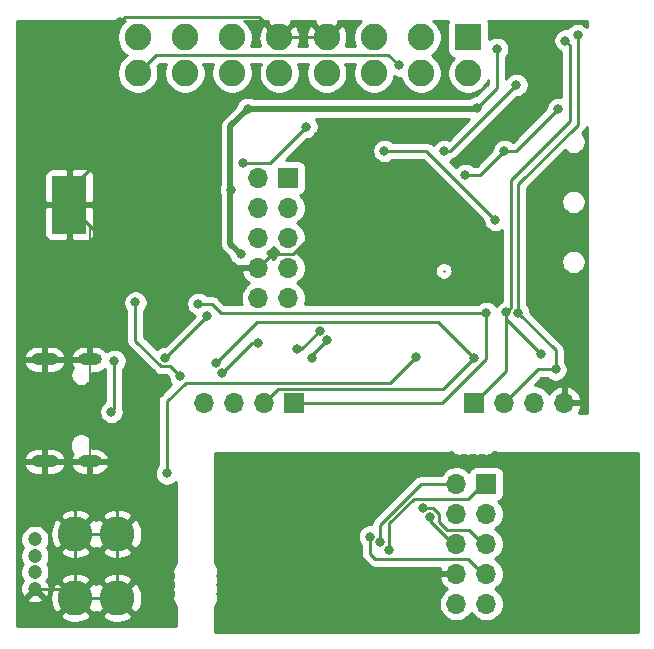
<source format=gbl>
G04 #@! TF.GenerationSoftware,KiCad,Pcbnew,5.1.10*
G04 #@! TF.CreationDate,2021-05-11T19:26:58+02:00*
G04 #@! TF.ProjectId,obd32,6f626433-322e-46b6-9963-61645f706362,rev?*
G04 #@! TF.SameCoordinates,Original*
G04 #@! TF.FileFunction,Copper,L2,Bot*
G04 #@! TF.FilePolarity,Positive*
%FSLAX46Y46*%
G04 Gerber Fmt 4.6, Leading zero omitted, Abs format (unit mm)*
G04 Created by KiCad (PCBNEW 5.1.10) date 2021-05-11 19:26:58*
%MOMM*%
%LPD*%
G01*
G04 APERTURE LIST*
G04 #@! TA.AperFunction,ComponentPad*
%ADD10C,2.250000*%
G04 #@! TD*
G04 #@! TA.AperFunction,ComponentPad*
%ADD11R,2.250000X2.250000*%
G04 #@! TD*
G04 #@! TA.AperFunction,ComponentPad*
%ADD12C,0.600000*%
G04 #@! TD*
G04 #@! TA.AperFunction,SMDPad,CuDef*
%ADD13R,2.950000X4.900000*%
G04 #@! TD*
G04 #@! TA.AperFunction,ComponentPad*
%ADD14O,1.700000X1.700000*%
G04 #@! TD*
G04 #@! TA.AperFunction,ComponentPad*
%ADD15R,1.700000X1.700000*%
G04 #@! TD*
G04 #@! TA.AperFunction,ComponentPad*
%ADD16O,2.300000X1.000000*%
G04 #@! TD*
G04 #@! TA.AperFunction,ComponentPad*
%ADD17O,2.000000X1.000000*%
G04 #@! TD*
G04 #@! TA.AperFunction,ComponentPad*
%ADD18C,2.970000*%
G04 #@! TD*
G04 #@! TA.AperFunction,ComponentPad*
%ADD19C,1.200000*%
G04 #@! TD*
G04 #@! TA.AperFunction,ViaPad*
%ADD20C,0.800000*%
G04 #@! TD*
G04 #@! TA.AperFunction,Conductor*
%ADD21C,0.250000*%
G04 #@! TD*
G04 #@! TA.AperFunction,Conductor*
%ADD22C,0.200000*%
G04 #@! TD*
G04 #@! TA.AperFunction,Conductor*
%ADD23C,0.500000*%
G04 #@! TD*
G04 #@! TA.AperFunction,Conductor*
%ADD24C,0.254000*%
G04 #@! TD*
G04 #@! TA.AperFunction,Conductor*
%ADD25C,0.100000*%
G04 #@! TD*
G04 APERTURE END LIST*
D10*
X207710000Y-66040000D03*
X211710000Y-66040000D03*
X215710000Y-66040000D03*
X219710000Y-66040000D03*
X223710000Y-66040000D03*
X227710000Y-66040000D03*
X231710000Y-66040000D03*
X235710000Y-66040000D03*
X207710000Y-63040000D03*
X211710000Y-63040000D03*
X215710000Y-63040000D03*
X219710000Y-63040000D03*
X223710000Y-63040000D03*
X227710000Y-63040000D03*
X231710000Y-63040000D03*
D11*
X235710000Y-63040000D03*
D12*
X202580000Y-79166000D03*
X202580000Y-77866000D03*
X201280000Y-77866000D03*
X201280000Y-79166000D03*
X202580000Y-75266000D03*
X202580000Y-76566000D03*
X201280000Y-76566000D03*
X201280000Y-75266000D03*
D13*
X201930000Y-77216000D03*
D14*
X213360000Y-93980000D03*
X215900000Y-93980000D03*
X218440000Y-93980000D03*
D15*
X220980000Y-93980000D03*
D14*
X243840000Y-93980000D03*
X241300000Y-93980000D03*
X238760000Y-93980000D03*
D15*
X236220000Y-93980000D03*
D16*
X199838500Y-98935000D03*
X199838500Y-90295000D03*
D17*
X203663500Y-90295000D03*
X203663500Y-98935000D03*
D14*
X234696000Y-110998000D03*
X237236000Y-110998000D03*
X234696000Y-108458000D03*
X237236000Y-108458000D03*
X234696000Y-105918000D03*
X237236000Y-105918000D03*
X234696000Y-103378000D03*
X237236000Y-103378000D03*
X234696000Y-100838000D03*
D15*
X237236000Y-100838000D03*
D14*
X217932000Y-85090000D03*
X220472000Y-85090000D03*
X217932000Y-82550000D03*
X220472000Y-82550000D03*
X217932000Y-80010000D03*
X220472000Y-80010000D03*
X217932000Y-77470000D03*
X220472000Y-77470000D03*
X217932000Y-74930000D03*
D15*
X220472000Y-74930000D03*
D18*
X205978000Y-105070000D03*
X205978000Y-110490000D03*
X202438000Y-110490000D03*
X202438000Y-105070000D03*
D19*
X199018000Y-109730000D03*
X199018000Y-108330000D03*
X199018000Y-106930000D03*
X199018000Y-105530000D03*
D20*
X223012000Y-71374000D03*
X222250000Y-73660000D03*
X233680000Y-78740000D03*
X242785000Y-85559000D03*
X241935000Y-65278000D03*
X206248000Y-61722000D03*
X229870000Y-65404986D03*
X221996000Y-70612000D03*
X216662000Y-73659996D03*
X236438331Y-68982013D03*
X217043000Y-69088000D03*
X238125014Y-64008000D03*
X216439980Y-81375020D03*
X215630013Y-75930013D03*
X231267000Y-90106500D03*
X210185000Y-99949000D03*
X243935046Y-63305178D03*
X241905010Y-89882661D03*
X238940012Y-86323010D03*
X244972624Y-62855000D03*
X243098730Y-91154922D03*
X239939001Y-86368223D03*
X239776000Y-67056000D03*
X233680000Y-72644000D03*
X238760000Y-72644000D03*
X243332014Y-69088000D03*
X223120001Y-87858632D03*
X235462660Y-74671340D03*
X228599998Y-72644000D03*
X237998000Y-78485988D03*
X223774000Y-88646000D03*
X232486295Y-103681556D03*
X231902000Y-102869990D03*
X228266681Y-105778765D03*
X229028974Y-106426000D03*
X227387948Y-105301425D03*
X205740000Y-90424000D03*
X205486020Y-94742020D03*
X209550000Y-67818000D03*
X211328000Y-91694000D03*
X207518000Y-85483998D03*
X221234000Y-89407994D03*
X222504000Y-90206990D03*
X212852000Y-85598000D03*
X237236005Y-86359995D03*
X236220000Y-90170000D03*
X214329294Y-90607940D03*
X214884000Y-91440000D03*
X217932000Y-88900000D03*
X210058000Y-90170000D03*
X213613956Y-86614000D03*
D21*
X223012000Y-72898000D02*
X222250000Y-73660000D01*
X223012000Y-71374000D02*
X223012000Y-72898000D01*
X222250000Y-79971002D02*
X222250000Y-73660000D01*
X220846003Y-81374999D02*
X222250000Y-79971002D01*
X219107001Y-81374999D02*
X220846003Y-81374999D01*
X217932000Y-82550000D02*
X219107001Y-81374999D01*
X228600000Y-73660000D02*
X233680000Y-78740000D01*
X222250000Y-73660000D02*
X228600000Y-73660000D01*
D22*
X203663500Y-90295000D02*
X199838500Y-90295000D01*
X199838500Y-98935000D02*
X203663500Y-98935000D01*
X203663500Y-78949500D02*
X201930000Y-77216000D01*
X203663500Y-90295000D02*
X203663500Y-78949500D01*
X203663500Y-97863542D02*
X203663500Y-98935000D01*
X203663500Y-90295000D02*
X203663500Y-97863542D01*
X199838500Y-98935000D02*
X199838500Y-90295000D01*
D21*
X219710000Y-63040000D02*
X223710000Y-63040000D01*
X202438000Y-110490000D02*
X205978000Y-110490000D01*
X201678000Y-109730000D02*
X202438000Y-110490000D01*
X199018000Y-109730000D02*
X201678000Y-109730000D01*
X202438000Y-110490000D02*
X202438000Y-105070000D01*
X205978000Y-110490000D02*
X205978000Y-105070000D01*
X202438000Y-103124000D02*
X202438000Y-105070000D01*
X199838500Y-100524500D02*
X202438000Y-103124000D01*
X199838500Y-98935000D02*
X199838500Y-100524500D01*
X203663500Y-100809500D02*
X203663500Y-98935000D01*
X205978000Y-103124000D02*
X203663500Y-100809500D01*
X205978000Y-105070000D02*
X205978000Y-103124000D01*
X202438000Y-105070000D02*
X205978000Y-105070000D01*
X217992001Y-61322001D02*
X206647999Y-61322001D01*
X219710000Y-63040000D02*
X217992001Y-61322001D01*
X206647999Y-61322001D02*
X206248000Y-61722000D01*
X205910037Y-62059963D02*
X206248000Y-61722000D01*
X201930000Y-66040000D02*
X206248000Y-61722000D01*
X201930000Y-77216000D02*
X201930000Y-66040000D01*
X228955015Y-64490001D02*
X229870000Y-65404986D01*
X209259999Y-64490001D02*
X228955015Y-64490001D01*
X207710000Y-66040000D02*
X209259999Y-64490001D01*
X218948004Y-73659996D02*
X216662000Y-73659996D01*
X221996000Y-70612000D02*
X218948004Y-73659996D01*
X238125014Y-67295330D02*
X238125014Y-64008000D01*
X236438331Y-68982013D02*
X238125014Y-67295330D01*
D23*
X236332344Y-69088000D02*
X217043000Y-69088000D01*
X236438331Y-68982013D02*
X236332344Y-69088000D01*
X217043000Y-69088000D02*
X215557998Y-70573002D01*
X215557998Y-70573002D02*
X215557998Y-80493038D01*
X215557998Y-80493038D02*
X216439980Y-81375020D01*
D21*
X210185000Y-93866012D02*
X210185000Y-99949000D01*
X211791023Y-92259989D02*
X210185000Y-93866012D01*
X229113511Y-92259989D02*
X211791023Y-92259989D01*
X231267000Y-90106500D02*
X229113511Y-92259989D01*
X236220000Y-93980000D02*
X238940012Y-91259988D01*
X241905010Y-89882661D02*
X238940012Y-86917663D01*
X238940012Y-91259988D02*
X238940012Y-86323010D01*
X238940012Y-86917663D02*
X238940012Y-86323010D01*
X239340011Y-85923011D02*
X238940012Y-86323010D01*
X239340011Y-75111989D02*
X239340011Y-85923011D01*
X244335045Y-70116955D02*
X239340011Y-75111989D01*
X244335045Y-63705177D02*
X244335045Y-70116955D01*
X243935046Y-63305178D02*
X244335045Y-63705177D01*
X241585078Y-91154922D02*
X243098730Y-91154922D01*
X238760000Y-93980000D02*
X241585078Y-91154922D01*
X243098730Y-91154922D02*
X243098730Y-89527952D01*
X243098730Y-89527952D02*
X239939001Y-86368223D01*
X244972624Y-70438374D02*
X239939001Y-75471997D01*
X244972624Y-62855000D02*
X244972624Y-70438374D01*
X239939001Y-75471997D02*
X239939001Y-86368223D01*
X239776000Y-67056000D02*
X234188000Y-72644000D01*
X234188000Y-72644000D02*
X233680000Y-72644000D01*
X238760000Y-72644000D02*
X239776014Y-72644000D01*
X239776000Y-72644000D02*
X243332000Y-69088000D01*
X236732660Y-74671340D02*
X235462660Y-74671340D01*
X238760000Y-72644000D02*
X236732660Y-74671340D01*
X228599998Y-72644000D02*
X232156012Y-72644000D01*
X232156012Y-72644000D02*
X237998000Y-78485988D01*
X233616502Y-82804000D02*
X233616500Y-82804002D01*
X232486295Y-103962295D02*
X232486295Y-103681556D01*
X234442000Y-105918000D02*
X232486295Y-103962295D01*
X233903409Y-104742999D02*
X233211296Y-104050886D01*
X236982000Y-105918000D02*
X235806999Y-104742999D01*
X233211296Y-103359623D02*
X232721663Y-102869990D01*
X235806999Y-104742999D02*
X233903409Y-104742999D01*
X233211296Y-104050886D02*
X233211296Y-103359623D01*
X232721663Y-102869990D02*
X231902000Y-102869990D01*
X234442000Y-100838000D02*
X231716587Y-100838000D01*
X228266681Y-104287906D02*
X228266681Y-105778765D01*
X231716587Y-100838000D02*
X228266681Y-104287906D01*
X229028974Y-104162024D02*
X229028974Y-106426000D01*
X231082998Y-102108000D02*
X229028974Y-104162024D01*
X235711998Y-102108000D02*
X231082998Y-102108000D01*
X236982000Y-100838000D02*
X235711998Y-102108000D01*
X235712000Y-107188000D02*
X227838000Y-107188000D01*
X236982000Y-108458000D02*
X235712000Y-107188000D01*
X227838000Y-107188000D02*
X227387948Y-106737948D01*
X227387948Y-106737948D02*
X227387948Y-105301425D01*
X205740000Y-94488040D02*
X205486020Y-94742020D01*
X205740000Y-90424000D02*
X205740000Y-94488040D01*
X207264000Y-82550000D02*
X201930000Y-77216000D01*
X217932000Y-82550000D02*
X207264000Y-82550000D01*
X209550000Y-68326000D02*
X209550000Y-67818000D01*
X202692000Y-75184000D02*
X209550000Y-68326000D01*
X207518000Y-88703002D02*
X207518000Y-85483998D01*
X210492002Y-90895001D02*
X209709999Y-90895001D01*
X211328000Y-91730999D02*
X210492002Y-90895001D01*
X209709999Y-90895001D02*
X207518000Y-88703002D01*
X211328000Y-91694000D02*
X211328000Y-91730999D01*
X223120001Y-87858632D02*
X221570639Y-89407994D01*
X221570639Y-89407994D02*
X221234000Y-89407994D01*
X223774000Y-88646000D02*
X222504000Y-89916000D01*
X222504000Y-89916000D02*
X222504000Y-90206990D01*
X220980000Y-93980000D02*
X233483004Y-93980000D01*
X233483004Y-93980000D02*
X237236005Y-90226999D01*
X237236005Y-90226999D02*
X237236005Y-86359995D01*
X214739435Y-86359995D02*
X237236005Y-86359995D01*
X213977440Y-85598000D02*
X214739435Y-86359995D01*
X212852000Y-85598000D02*
X213977440Y-85598000D01*
X233585001Y-92804999D02*
X236220000Y-90170000D01*
X218440000Y-93980000D02*
X219615001Y-92804999D01*
X219615001Y-92804999D02*
X233585001Y-92804999D01*
X233172000Y-87122000D02*
X217815234Y-87122000D01*
X217815234Y-87122000D02*
X214329294Y-90607940D01*
X236220000Y-90170000D02*
X233172000Y-87122000D01*
X217424000Y-88900000D02*
X217932000Y-88900000D01*
X214884000Y-91440000D02*
X217424000Y-88900000D01*
X213613956Y-86614044D02*
X213613956Y-86614000D01*
X210058000Y-90170000D02*
X213613956Y-86614044D01*
D24*
X206588065Y-61672919D02*
X206342919Y-61918065D01*
X206150308Y-62206327D01*
X206017636Y-62526627D01*
X205950000Y-62866655D01*
X205950000Y-63213345D01*
X206017636Y-63553373D01*
X206150308Y-63873673D01*
X206342919Y-64161935D01*
X206588065Y-64407081D01*
X206786992Y-64540000D01*
X206588065Y-64672919D01*
X206342919Y-64918065D01*
X206150308Y-65206327D01*
X206017636Y-65526627D01*
X205950000Y-65866655D01*
X205950000Y-66213345D01*
X206017636Y-66553373D01*
X206150308Y-66873673D01*
X206342919Y-67161935D01*
X206588065Y-67407081D01*
X206876327Y-67599692D01*
X207196627Y-67732364D01*
X207536655Y-67800000D01*
X207883345Y-67800000D01*
X208223373Y-67732364D01*
X208543673Y-67599692D01*
X208831935Y-67407081D01*
X209077081Y-67161935D01*
X209269692Y-66873673D01*
X209402364Y-66553373D01*
X209470000Y-66213345D01*
X209470000Y-65866655D01*
X209402364Y-65526627D01*
X209371848Y-65452954D01*
X209574801Y-65250001D01*
X210132218Y-65250001D01*
X210017636Y-65526627D01*
X209950000Y-65866655D01*
X209950000Y-66213345D01*
X210017636Y-66553373D01*
X210150308Y-66873673D01*
X210342919Y-67161935D01*
X210588065Y-67407081D01*
X210876327Y-67599692D01*
X211196627Y-67732364D01*
X211536655Y-67800000D01*
X211883345Y-67800000D01*
X212223373Y-67732364D01*
X212543673Y-67599692D01*
X212831935Y-67407081D01*
X213077081Y-67161935D01*
X213269692Y-66873673D01*
X213402364Y-66553373D01*
X213470000Y-66213345D01*
X213470000Y-65866655D01*
X213402364Y-65526627D01*
X213287782Y-65250001D01*
X214132218Y-65250001D01*
X214017636Y-65526627D01*
X213950000Y-65866655D01*
X213950000Y-66213345D01*
X214017636Y-66553373D01*
X214150308Y-66873673D01*
X214342919Y-67161935D01*
X214588065Y-67407081D01*
X214876327Y-67599692D01*
X215196627Y-67732364D01*
X215536655Y-67800000D01*
X215883345Y-67800000D01*
X216223373Y-67732364D01*
X216543673Y-67599692D01*
X216831935Y-67407081D01*
X217077081Y-67161935D01*
X217269692Y-66873673D01*
X217402364Y-66553373D01*
X217470000Y-66213345D01*
X217470000Y-65866655D01*
X217402364Y-65526627D01*
X217287782Y-65250001D01*
X218132218Y-65250001D01*
X218017636Y-65526627D01*
X217950000Y-65866655D01*
X217950000Y-66213345D01*
X218017636Y-66553373D01*
X218150308Y-66873673D01*
X218342919Y-67161935D01*
X218588065Y-67407081D01*
X218876327Y-67599692D01*
X219196627Y-67732364D01*
X219536655Y-67800000D01*
X219883345Y-67800000D01*
X220223373Y-67732364D01*
X220543673Y-67599692D01*
X220831935Y-67407081D01*
X221077081Y-67161935D01*
X221269692Y-66873673D01*
X221402364Y-66553373D01*
X221470000Y-66213345D01*
X221470000Y-65866655D01*
X221402364Y-65526627D01*
X221287782Y-65250001D01*
X222132218Y-65250001D01*
X222017636Y-65526627D01*
X221950000Y-65866655D01*
X221950000Y-66213345D01*
X222017636Y-66553373D01*
X222150308Y-66873673D01*
X222342919Y-67161935D01*
X222588065Y-67407081D01*
X222876327Y-67599692D01*
X223196627Y-67732364D01*
X223536655Y-67800000D01*
X223883345Y-67800000D01*
X224223373Y-67732364D01*
X224543673Y-67599692D01*
X224831935Y-67407081D01*
X225077081Y-67161935D01*
X225269692Y-66873673D01*
X225402364Y-66553373D01*
X225470000Y-66213345D01*
X225470000Y-65866655D01*
X225402364Y-65526627D01*
X225287782Y-65250001D01*
X226132218Y-65250001D01*
X226017636Y-65526627D01*
X225950000Y-65866655D01*
X225950000Y-66213345D01*
X226017636Y-66553373D01*
X226150308Y-66873673D01*
X226342919Y-67161935D01*
X226588065Y-67407081D01*
X226876327Y-67599692D01*
X227196627Y-67732364D01*
X227536655Y-67800000D01*
X227883345Y-67800000D01*
X228223373Y-67732364D01*
X228543673Y-67599692D01*
X228831935Y-67407081D01*
X229077081Y-67161935D01*
X229269692Y-66873673D01*
X229402364Y-66553373D01*
X229443127Y-66348445D01*
X229568102Y-66400212D01*
X229768061Y-66439986D01*
X229971939Y-66439986D01*
X229994201Y-66435558D01*
X230017636Y-66553373D01*
X230150308Y-66873673D01*
X230342919Y-67161935D01*
X230588065Y-67407081D01*
X230876327Y-67599692D01*
X231196627Y-67732364D01*
X231536655Y-67800000D01*
X231883345Y-67800000D01*
X232223373Y-67732364D01*
X232543673Y-67599692D01*
X232831935Y-67407081D01*
X233077081Y-67161935D01*
X233269692Y-66873673D01*
X233402364Y-66553373D01*
X233470000Y-66213345D01*
X233470000Y-65866655D01*
X233402364Y-65526627D01*
X233269692Y-65206327D01*
X233077081Y-64918065D01*
X232831935Y-64672919D01*
X232633008Y-64540000D01*
X232831935Y-64407081D01*
X233077081Y-64161935D01*
X233269692Y-63873673D01*
X233402364Y-63553373D01*
X233470000Y-63213345D01*
X233470000Y-62866655D01*
X233402364Y-62526627D01*
X233269692Y-62206327D01*
X233077081Y-61918065D01*
X232831935Y-61672919D01*
X232752736Y-61620000D01*
X234022662Y-61620000D01*
X233995498Y-61670820D01*
X233959188Y-61790518D01*
X233946928Y-61915000D01*
X233946928Y-64165000D01*
X233959188Y-64289482D01*
X233995498Y-64409180D01*
X234054463Y-64519494D01*
X234133815Y-64616185D01*
X234230506Y-64695537D01*
X234340820Y-64754502D01*
X234460518Y-64790812D01*
X234469306Y-64791678D01*
X234342919Y-64918065D01*
X234150308Y-65206327D01*
X234017636Y-65526627D01*
X233950000Y-65866655D01*
X233950000Y-66213345D01*
X234017636Y-66553373D01*
X234150308Y-66873673D01*
X234342919Y-67161935D01*
X234588065Y-67407081D01*
X234876327Y-67599692D01*
X235196627Y-67732364D01*
X235536655Y-67800000D01*
X235883345Y-67800000D01*
X236223373Y-67732364D01*
X236543673Y-67599692D01*
X236831935Y-67407081D01*
X237077081Y-67161935D01*
X237269692Y-66873673D01*
X237365014Y-66643544D01*
X237365014Y-66980528D01*
X236398530Y-67947013D01*
X236336392Y-67947013D01*
X236136433Y-67986787D01*
X235948075Y-68064808D01*
X235778557Y-68178076D01*
X235753633Y-68203000D01*
X217581454Y-68203000D01*
X217533256Y-68170795D01*
X217344898Y-68092774D01*
X217144939Y-68053000D01*
X216941061Y-68053000D01*
X216741102Y-68092774D01*
X216552744Y-68170795D01*
X216383226Y-68284063D01*
X216239063Y-68428226D01*
X216125795Y-68597744D01*
X216047774Y-68786102D01*
X216036465Y-68842956D01*
X214962954Y-69916468D01*
X214929181Y-69944185D01*
X214818587Y-70078944D01*
X214736409Y-70232690D01*
X214685803Y-70399513D01*
X214672998Y-70529526D01*
X214672998Y-70529533D01*
X214668717Y-70573002D01*
X214672998Y-70616471D01*
X214672999Y-75535865D01*
X214634787Y-75628115D01*
X214595013Y-75828074D01*
X214595013Y-76031952D01*
X214634787Y-76231911D01*
X214672999Y-76324161D01*
X214672999Y-80449559D01*
X214668717Y-80493038D01*
X214685803Y-80666528D01*
X214736410Y-80833351D01*
X214818588Y-80987097D01*
X214901466Y-81088084D01*
X214901469Y-81088087D01*
X214929182Y-81121855D01*
X214962949Y-81149567D01*
X215433445Y-81620064D01*
X215444754Y-81676918D01*
X215522775Y-81865276D01*
X215636043Y-82034794D01*
X215780206Y-82178957D01*
X215949724Y-82292225D01*
X216138082Y-82370246D01*
X216338041Y-82410020D01*
X216541919Y-82410020D01*
X216599003Y-82398665D01*
X216611845Y-82423000D01*
X217805000Y-82423000D01*
X217805000Y-82403000D01*
X218059000Y-82403000D01*
X218059000Y-82423000D01*
X218079000Y-82423000D01*
X218079000Y-82677000D01*
X218059000Y-82677000D01*
X218059000Y-82697000D01*
X217805000Y-82697000D01*
X217805000Y-82677000D01*
X216611845Y-82677000D01*
X216490524Y-82906890D01*
X216535175Y-83054099D01*
X216660359Y-83316920D01*
X216834412Y-83550269D01*
X217050645Y-83745178D01*
X217167534Y-83814805D01*
X216985368Y-83936525D01*
X216778525Y-84143368D01*
X216616010Y-84386589D01*
X216504068Y-84656842D01*
X216447000Y-84943740D01*
X216447000Y-85236260D01*
X216504068Y-85523158D01*
X216535895Y-85599995D01*
X215054237Y-85599995D01*
X214541243Y-85087002D01*
X214517441Y-85057999D01*
X214401716Y-84963026D01*
X214269687Y-84892454D01*
X214126426Y-84848997D01*
X214014773Y-84838000D01*
X214014762Y-84838000D01*
X213977440Y-84834324D01*
X213940118Y-84838000D01*
X213555711Y-84838000D01*
X213511774Y-84794063D01*
X213342256Y-84680795D01*
X213153898Y-84602774D01*
X212953939Y-84563000D01*
X212750061Y-84563000D01*
X212550102Y-84602774D01*
X212361744Y-84680795D01*
X212192226Y-84794063D01*
X212048063Y-84938226D01*
X211934795Y-85107744D01*
X211856774Y-85296102D01*
X211817000Y-85496061D01*
X211817000Y-85699939D01*
X211856774Y-85899898D01*
X211934795Y-86088256D01*
X212048063Y-86257774D01*
X212192226Y-86401937D01*
X212361744Y-86515205D01*
X212550102Y-86593226D01*
X212558335Y-86594864D01*
X210018199Y-89135000D01*
X209956061Y-89135000D01*
X209756102Y-89174774D01*
X209567744Y-89252795D01*
X209398226Y-89366063D01*
X209327044Y-89437245D01*
X208278000Y-88388201D01*
X208278000Y-86187709D01*
X208321937Y-86143772D01*
X208435205Y-85974254D01*
X208513226Y-85785896D01*
X208553000Y-85585937D01*
X208553000Y-85382059D01*
X208513226Y-85182100D01*
X208435205Y-84993742D01*
X208321937Y-84824224D01*
X208177774Y-84680061D01*
X208008256Y-84566793D01*
X207819898Y-84488772D01*
X207619939Y-84448998D01*
X207416061Y-84448998D01*
X207216102Y-84488772D01*
X207027744Y-84566793D01*
X206858226Y-84680061D01*
X206714063Y-84824224D01*
X206600795Y-84993742D01*
X206522774Y-85182100D01*
X206483000Y-85382059D01*
X206483000Y-85585937D01*
X206522774Y-85785896D01*
X206600795Y-85974254D01*
X206714063Y-86143772D01*
X206758001Y-86187710D01*
X206758000Y-88665679D01*
X206754324Y-88703002D01*
X206758000Y-88740324D01*
X206758000Y-88740334D01*
X206768997Y-88851987D01*
X206810241Y-88987951D01*
X206812454Y-88995248D01*
X206883026Y-89127278D01*
X206907421Y-89157003D01*
X206977999Y-89243003D01*
X207007003Y-89266806D01*
X209146199Y-91406003D01*
X209169998Y-91435002D01*
X209285723Y-91529975D01*
X209417752Y-91600547D01*
X209561013Y-91644004D01*
X209672666Y-91655001D01*
X209672674Y-91655001D01*
X209709999Y-91658677D01*
X209747324Y-91655001D01*
X210177201Y-91655001D01*
X210293000Y-91770800D01*
X210293000Y-91795939D01*
X210332774Y-91995898D01*
X210410795Y-92184256D01*
X210524063Y-92353774D01*
X210573250Y-92402961D01*
X209674003Y-93302208D01*
X209644999Y-93326011D01*
X209609885Y-93368798D01*
X209550026Y-93441736D01*
X209535454Y-93468998D01*
X209479454Y-93573766D01*
X209435997Y-93717027D01*
X209425000Y-93828680D01*
X209425000Y-93828690D01*
X209421324Y-93866012D01*
X209425000Y-93903335D01*
X209425001Y-99245288D01*
X209381063Y-99289226D01*
X209267795Y-99458744D01*
X209189774Y-99647102D01*
X209150000Y-99847061D01*
X209150000Y-100050939D01*
X209189774Y-100250898D01*
X209267795Y-100439256D01*
X209381063Y-100608774D01*
X209525226Y-100752937D01*
X209694744Y-100866205D01*
X209883102Y-100944226D01*
X210083061Y-100984000D01*
X210286939Y-100984000D01*
X210486898Y-100944226D01*
X210675256Y-100866205D01*
X210844774Y-100752937D01*
X210922000Y-100675711D01*
X210922001Y-107220419D01*
X210925249Y-107253397D01*
X210925249Y-107266591D01*
X210926212Y-107275756D01*
X210948315Y-107472808D01*
X210957144Y-107514341D01*
X210860008Y-107611477D01*
X210758286Y-107763715D01*
X210688218Y-107932874D01*
X210652497Y-108112452D01*
X210652497Y-108295548D01*
X210688218Y-108475126D01*
X210733729Y-108585000D01*
X210688218Y-108694874D01*
X210652497Y-108874452D01*
X210652497Y-109057548D01*
X210688218Y-109237126D01*
X210733729Y-109347000D01*
X210688218Y-109456874D01*
X210652497Y-109636452D01*
X210652497Y-109819548D01*
X210688218Y-109999126D01*
X210733729Y-110109000D01*
X210688218Y-110218874D01*
X210652497Y-110398452D01*
X210652497Y-110581548D01*
X210688218Y-110761126D01*
X210758286Y-110930285D01*
X210860008Y-111082523D01*
X210957227Y-111179742D01*
X210945463Y-111235087D01*
X210944500Y-111244252D01*
X210925150Y-111441594D01*
X210925150Y-111441608D01*
X210922001Y-111473581D01*
X210922000Y-112878000D01*
X197510000Y-112878000D01*
X197510000Y-111970974D01*
X201136631Y-111970974D01*
X201290838Y-112284998D01*
X201663067Y-112474308D01*
X202065076Y-112587362D01*
X202481416Y-112619816D01*
X202896089Y-112570422D01*
X203293157Y-112441079D01*
X203585162Y-112284998D01*
X203739369Y-111970974D01*
X204676631Y-111970974D01*
X204830838Y-112284998D01*
X205203067Y-112474308D01*
X205605076Y-112587362D01*
X206021416Y-112619816D01*
X206436089Y-112570422D01*
X206833157Y-112441079D01*
X207125162Y-112284998D01*
X207279369Y-111970974D01*
X205978000Y-110669605D01*
X204676631Y-111970974D01*
X203739369Y-111970974D01*
X202438000Y-110669605D01*
X201136631Y-111970974D01*
X197510000Y-111970974D01*
X197510000Y-110579764D01*
X198347841Y-110579764D01*
X198395148Y-110803348D01*
X198616516Y-110904237D01*
X198853313Y-110960000D01*
X199096438Y-110968495D01*
X199336549Y-110929395D01*
X199564418Y-110844202D01*
X199640852Y-110803348D01*
X199688159Y-110579764D01*
X199641811Y-110533416D01*
X200308184Y-110533416D01*
X200357578Y-110948089D01*
X200486921Y-111345157D01*
X200643002Y-111637162D01*
X200957026Y-111791369D01*
X202258395Y-110490000D01*
X202617605Y-110490000D01*
X203918974Y-111791369D01*
X204208000Y-111649438D01*
X204497026Y-111791369D01*
X205798395Y-110490000D01*
X206157605Y-110490000D01*
X207458974Y-111791369D01*
X207772998Y-111637162D01*
X207962308Y-111264933D01*
X208075362Y-110862924D01*
X208107816Y-110446584D01*
X208058422Y-110031911D01*
X207929079Y-109634843D01*
X207772998Y-109342838D01*
X207458974Y-109188631D01*
X206157605Y-110490000D01*
X205798395Y-110490000D01*
X204497026Y-109188631D01*
X204208000Y-109330562D01*
X203918974Y-109188631D01*
X202617605Y-110490000D01*
X202258395Y-110490000D01*
X200957026Y-109188631D01*
X200643002Y-109342838D01*
X200453692Y-109715067D01*
X200340638Y-110117076D01*
X200308184Y-110533416D01*
X199641811Y-110533416D01*
X199018000Y-109909605D01*
X198347841Y-110579764D01*
X197510000Y-110579764D01*
X197510000Y-109808438D01*
X197779505Y-109808438D01*
X197818605Y-110048549D01*
X197903798Y-110276418D01*
X197944652Y-110352852D01*
X198168236Y-110400159D01*
X198838395Y-109730000D01*
X198824253Y-109715858D01*
X198975110Y-109565000D01*
X199060890Y-109565000D01*
X199211748Y-109715858D01*
X199197605Y-109730000D01*
X199867764Y-110400159D01*
X200091348Y-110352852D01*
X200192237Y-110131484D01*
X200248000Y-109894687D01*
X200256495Y-109651562D01*
X200217395Y-109411451D01*
X200132202Y-109183582D01*
X200091348Y-109107148D01*
X199997339Y-109087257D01*
X200049611Y-109009026D01*
X201136631Y-109009026D01*
X202438000Y-110310395D01*
X203739369Y-109009026D01*
X204676631Y-109009026D01*
X205978000Y-110310395D01*
X207279369Y-109009026D01*
X207125162Y-108695002D01*
X206752933Y-108505692D01*
X206350924Y-108392638D01*
X205934584Y-108360184D01*
X205519911Y-108409578D01*
X205122843Y-108538921D01*
X204830838Y-108695002D01*
X204676631Y-109009026D01*
X203739369Y-109009026D01*
X203585162Y-108695002D01*
X203212933Y-108505692D01*
X202810924Y-108392638D01*
X202394584Y-108360184D01*
X201979911Y-108409578D01*
X201582843Y-108538921D01*
X201290838Y-108695002D01*
X201136631Y-109009026D01*
X200049611Y-109009026D01*
X200112443Y-108914992D01*
X200205540Y-108690236D01*
X200253000Y-108451637D01*
X200253000Y-108208363D01*
X200205540Y-107969764D01*
X200112443Y-107745008D01*
X200035597Y-107630000D01*
X200112443Y-107514992D01*
X200205540Y-107290236D01*
X200253000Y-107051637D01*
X200253000Y-106808363D01*
X200205540Y-106569764D01*
X200197757Y-106550974D01*
X201136631Y-106550974D01*
X201290838Y-106864998D01*
X201663067Y-107054308D01*
X202065076Y-107167362D01*
X202481416Y-107199816D01*
X202896089Y-107150422D01*
X203293157Y-107021079D01*
X203585162Y-106864998D01*
X203739369Y-106550974D01*
X204676631Y-106550974D01*
X204830838Y-106864998D01*
X205203067Y-107054308D01*
X205605076Y-107167362D01*
X206021416Y-107199816D01*
X206436089Y-107150422D01*
X206833157Y-107021079D01*
X207125162Y-106864998D01*
X207279369Y-106550974D01*
X205978000Y-105249605D01*
X204676631Y-106550974D01*
X203739369Y-106550974D01*
X202438000Y-105249605D01*
X201136631Y-106550974D01*
X200197757Y-106550974D01*
X200112443Y-106345008D01*
X200035597Y-106230000D01*
X200112443Y-106114992D01*
X200205540Y-105890236D01*
X200253000Y-105651637D01*
X200253000Y-105408363D01*
X200205540Y-105169764D01*
X200182200Y-105113416D01*
X200308184Y-105113416D01*
X200357578Y-105528089D01*
X200486921Y-105925157D01*
X200643002Y-106217162D01*
X200957026Y-106371369D01*
X202258395Y-105070000D01*
X202617605Y-105070000D01*
X203918974Y-106371369D01*
X204208000Y-106229438D01*
X204497026Y-106371369D01*
X205798395Y-105070000D01*
X206157605Y-105070000D01*
X207458974Y-106371369D01*
X207772998Y-106217162D01*
X207962308Y-105844933D01*
X208075362Y-105442924D01*
X208107816Y-105026584D01*
X208058422Y-104611911D01*
X207929079Y-104214843D01*
X207772998Y-103922838D01*
X207458974Y-103768631D01*
X206157605Y-105070000D01*
X205798395Y-105070000D01*
X204497026Y-103768631D01*
X204208000Y-103910562D01*
X203918974Y-103768631D01*
X202617605Y-105070000D01*
X202258395Y-105070000D01*
X200957026Y-103768631D01*
X200643002Y-103922838D01*
X200453692Y-104295067D01*
X200340638Y-104697076D01*
X200308184Y-105113416D01*
X200182200Y-105113416D01*
X200112443Y-104945008D01*
X199977287Y-104742733D01*
X199805267Y-104570713D01*
X199602992Y-104435557D01*
X199378236Y-104342460D01*
X199139637Y-104295000D01*
X198896363Y-104295000D01*
X198657764Y-104342460D01*
X198433008Y-104435557D01*
X198230733Y-104570713D01*
X198058713Y-104742733D01*
X197923557Y-104945008D01*
X197830460Y-105169764D01*
X197783000Y-105408363D01*
X197783000Y-105651637D01*
X197830460Y-105890236D01*
X197923557Y-106114992D01*
X198000403Y-106230000D01*
X197923557Y-106345008D01*
X197830460Y-106569764D01*
X197783000Y-106808363D01*
X197783000Y-107051637D01*
X197830460Y-107290236D01*
X197923557Y-107514992D01*
X198000403Y-107630000D01*
X197923557Y-107745008D01*
X197830460Y-107969764D01*
X197783000Y-108208363D01*
X197783000Y-108451637D01*
X197830460Y-108690236D01*
X197923557Y-108914992D01*
X198038661Y-109087257D01*
X197944652Y-109107148D01*
X197843763Y-109328516D01*
X197788000Y-109565313D01*
X197779505Y-109808438D01*
X197510000Y-109808438D01*
X197510000Y-103589026D01*
X201136631Y-103589026D01*
X202438000Y-104890395D01*
X203739369Y-103589026D01*
X204676631Y-103589026D01*
X205978000Y-104890395D01*
X207279369Y-103589026D01*
X207125162Y-103275002D01*
X206752933Y-103085692D01*
X206350924Y-102972638D01*
X205934584Y-102940184D01*
X205519911Y-102989578D01*
X205122843Y-103118921D01*
X204830838Y-103275002D01*
X204676631Y-103589026D01*
X203739369Y-103589026D01*
X203585162Y-103275002D01*
X203212933Y-103085692D01*
X202810924Y-102972638D01*
X202394584Y-102940184D01*
X201979911Y-102989578D01*
X201582843Y-103118921D01*
X201290838Y-103275002D01*
X201136631Y-103589026D01*
X197510000Y-103589026D01*
X197510000Y-99236874D01*
X198094381Y-99236874D01*
X198174224Y-99459976D01*
X198296131Y-99647764D01*
X198452331Y-99808161D01*
X198636822Y-99935003D01*
X198842513Y-100023415D01*
X199061500Y-100070000D01*
X199711500Y-100070000D01*
X199711500Y-99062000D01*
X199965500Y-99062000D01*
X199965500Y-100070000D01*
X200615500Y-100070000D01*
X200834487Y-100023415D01*
X201040178Y-99935003D01*
X201224669Y-99808161D01*
X201380869Y-99647764D01*
X201502776Y-99459976D01*
X201582619Y-99236874D01*
X202069381Y-99236874D01*
X202149224Y-99459976D01*
X202271131Y-99647764D01*
X202427331Y-99808161D01*
X202611822Y-99935003D01*
X202817513Y-100023415D01*
X203036500Y-100070000D01*
X203536500Y-100070000D01*
X203536500Y-99062000D01*
X203790500Y-99062000D01*
X203790500Y-100070000D01*
X204290500Y-100070000D01*
X204509487Y-100023415D01*
X204715178Y-99935003D01*
X204899669Y-99808161D01*
X205055869Y-99647764D01*
X205177776Y-99459976D01*
X205257619Y-99236874D01*
X205131454Y-99062000D01*
X203790500Y-99062000D01*
X203536500Y-99062000D01*
X202195546Y-99062000D01*
X202069381Y-99236874D01*
X201582619Y-99236874D01*
X201456454Y-99062000D01*
X199965500Y-99062000D01*
X199711500Y-99062000D01*
X198220546Y-99062000D01*
X198094381Y-99236874D01*
X197510000Y-99236874D01*
X197510000Y-98633126D01*
X198094381Y-98633126D01*
X198220546Y-98808000D01*
X199711500Y-98808000D01*
X199711500Y-97800000D01*
X199965500Y-97800000D01*
X199965500Y-98808000D01*
X201456454Y-98808000D01*
X201582619Y-98633126D01*
X201502776Y-98410024D01*
X201380869Y-98222236D01*
X201224669Y-98061839D01*
X201040178Y-97934997D01*
X200834487Y-97846585D01*
X200615500Y-97800000D01*
X199965500Y-97800000D01*
X199711500Y-97800000D01*
X199061500Y-97800000D01*
X198842513Y-97846585D01*
X198636822Y-97934997D01*
X198452331Y-98061839D01*
X198296131Y-98222236D01*
X198174224Y-98410024D01*
X198094381Y-98633126D01*
X197510000Y-98633126D01*
X197510000Y-97444068D01*
X202003500Y-97444068D01*
X202003500Y-97785931D01*
X202017029Y-97923291D01*
X202070493Y-98099539D01*
X202157314Y-98261971D01*
X202206460Y-98321856D01*
X202149224Y-98410024D01*
X202069381Y-98633126D01*
X202195546Y-98808000D01*
X203536500Y-98808000D01*
X203536500Y-98788000D01*
X203790500Y-98788000D01*
X203790500Y-98808000D01*
X205131454Y-98808000D01*
X205257619Y-98633126D01*
X205177776Y-98410024D01*
X205055869Y-98222236D01*
X204899669Y-98061839D01*
X204715178Y-97934997D01*
X204509487Y-97846585D01*
X204290500Y-97800000D01*
X203872114Y-97800000D01*
X203873500Y-97785932D01*
X203873500Y-97444069D01*
X203859971Y-97306709D01*
X203806507Y-97130460D01*
X203719686Y-96968028D01*
X203602844Y-96825656D01*
X203460472Y-96708814D01*
X203298040Y-96621993D01*
X203121792Y-96568529D01*
X202938500Y-96550476D01*
X202755209Y-96568529D01*
X202578961Y-96621993D01*
X202416529Y-96708814D01*
X202274156Y-96825656D01*
X202157314Y-96968028D01*
X202070493Y-97130460D01*
X202017029Y-97306708D01*
X202003500Y-97444068D01*
X197510000Y-97444068D01*
X197510000Y-91522911D01*
X202003500Y-91522911D01*
X202003500Y-91707089D01*
X202039432Y-91887729D01*
X202109914Y-92057889D01*
X202212238Y-92211028D01*
X202342472Y-92341262D01*
X202495611Y-92443586D01*
X202665771Y-92514068D01*
X202846411Y-92550000D01*
X203030589Y-92550000D01*
X203211229Y-92514068D01*
X203381389Y-92443586D01*
X203534528Y-92341262D01*
X203664762Y-92211028D01*
X203767086Y-92057889D01*
X203837568Y-91887729D01*
X203873500Y-91707089D01*
X203873500Y-91522911D01*
X203855019Y-91430000D01*
X204290500Y-91430000D01*
X204509487Y-91383415D01*
X204715178Y-91295003D01*
X204899669Y-91168161D01*
X204959259Y-91106970D01*
X204980000Y-91127711D01*
X204980001Y-93835348D01*
X204826246Y-93938083D01*
X204682083Y-94082246D01*
X204568815Y-94251764D01*
X204490794Y-94440122D01*
X204451020Y-94640081D01*
X204451020Y-94843959D01*
X204490794Y-95043918D01*
X204568815Y-95232276D01*
X204682083Y-95401794D01*
X204826246Y-95545957D01*
X204995764Y-95659225D01*
X205184122Y-95737246D01*
X205384081Y-95777020D01*
X205587959Y-95777020D01*
X205787918Y-95737246D01*
X205976276Y-95659225D01*
X206145794Y-95545957D01*
X206289957Y-95401794D01*
X206403225Y-95232276D01*
X206481246Y-95043918D01*
X206521020Y-94843959D01*
X206521020Y-94640081D01*
X206499405Y-94531414D01*
X206500000Y-94525373D01*
X206500000Y-94525363D01*
X206503676Y-94488040D01*
X206500000Y-94450717D01*
X206500000Y-91127711D01*
X206543937Y-91083774D01*
X206657205Y-90914256D01*
X206735226Y-90725898D01*
X206775000Y-90525939D01*
X206775000Y-90322061D01*
X206735226Y-90122102D01*
X206657205Y-89933744D01*
X206543937Y-89764226D01*
X206399774Y-89620063D01*
X206230256Y-89506795D01*
X206041898Y-89428774D01*
X205841939Y-89389000D01*
X205638061Y-89389000D01*
X205438102Y-89428774D01*
X205249744Y-89506795D01*
X205080365Y-89619970D01*
X205055869Y-89582236D01*
X204899669Y-89421839D01*
X204715178Y-89294997D01*
X204509487Y-89206585D01*
X204290500Y-89160000D01*
X203790500Y-89160000D01*
X203790500Y-90168000D01*
X203810500Y-90168000D01*
X203810500Y-90422000D01*
X203790500Y-90422000D01*
X203790500Y-90442000D01*
X203536500Y-90442000D01*
X203536500Y-90422000D01*
X202195546Y-90422000D01*
X202069381Y-90596874D01*
X202149224Y-90819976D01*
X202252360Y-90978850D01*
X202212238Y-91018972D01*
X202109914Y-91172111D01*
X202039432Y-91342271D01*
X202003500Y-91522911D01*
X197510000Y-91522911D01*
X197510000Y-90596874D01*
X198094381Y-90596874D01*
X198174224Y-90819976D01*
X198296131Y-91007764D01*
X198452331Y-91168161D01*
X198636822Y-91295003D01*
X198842513Y-91383415D01*
X199061500Y-91430000D01*
X199711500Y-91430000D01*
X199711500Y-90422000D01*
X199965500Y-90422000D01*
X199965500Y-91430000D01*
X200615500Y-91430000D01*
X200834487Y-91383415D01*
X201040178Y-91295003D01*
X201224669Y-91168161D01*
X201380869Y-91007764D01*
X201502776Y-90819976D01*
X201582619Y-90596874D01*
X201456454Y-90422000D01*
X199965500Y-90422000D01*
X199711500Y-90422000D01*
X198220546Y-90422000D01*
X198094381Y-90596874D01*
X197510000Y-90596874D01*
X197510000Y-89993126D01*
X198094381Y-89993126D01*
X198220546Y-90168000D01*
X199711500Y-90168000D01*
X199711500Y-89160000D01*
X199965500Y-89160000D01*
X199965500Y-90168000D01*
X201456454Y-90168000D01*
X201582619Y-89993126D01*
X202069381Y-89993126D01*
X202195546Y-90168000D01*
X203536500Y-90168000D01*
X203536500Y-89160000D01*
X203036500Y-89160000D01*
X202817513Y-89206585D01*
X202611822Y-89294997D01*
X202427331Y-89421839D01*
X202271131Y-89582236D01*
X202149224Y-89770024D01*
X202069381Y-89993126D01*
X201582619Y-89993126D01*
X201502776Y-89770024D01*
X201380869Y-89582236D01*
X201224669Y-89421839D01*
X201040178Y-89294997D01*
X200834487Y-89206585D01*
X200615500Y-89160000D01*
X199965500Y-89160000D01*
X199711500Y-89160000D01*
X199061500Y-89160000D01*
X198842513Y-89206585D01*
X198636822Y-89294997D01*
X198452331Y-89421839D01*
X198296131Y-89582236D01*
X198174224Y-89770024D01*
X198094381Y-89993126D01*
X197510000Y-89993126D01*
X197510000Y-74766000D01*
X199816928Y-74766000D01*
X199820000Y-76930250D01*
X199978750Y-77089000D01*
X200832814Y-77089000D01*
X200826843Y-77198762D01*
X200825064Y-77200541D01*
X200825905Y-77216000D01*
X200825064Y-77231459D01*
X200826843Y-77233238D01*
X200832814Y-77343000D01*
X199978750Y-77343000D01*
X199820000Y-77501750D01*
X199816928Y-79666000D01*
X199829188Y-79790482D01*
X199865498Y-79910180D01*
X199924463Y-80020494D01*
X200003815Y-80117185D01*
X200100506Y-80196537D01*
X200210820Y-80255502D01*
X200330518Y-80291812D01*
X200455000Y-80304072D01*
X201644250Y-80301000D01*
X201803000Y-80142250D01*
X201803000Y-79613186D01*
X201912762Y-79619157D01*
X201914541Y-79620936D01*
X201930000Y-79620095D01*
X201945459Y-79620936D01*
X201947238Y-79619157D01*
X202057000Y-79613186D01*
X202057000Y-80142250D01*
X202215750Y-80301000D01*
X203405000Y-80304072D01*
X203529482Y-80291812D01*
X203649180Y-80255502D01*
X203759494Y-80196537D01*
X203856185Y-80117185D01*
X203935537Y-80020494D01*
X203994502Y-79910180D01*
X204030812Y-79790482D01*
X204043072Y-79666000D01*
X204040000Y-77501750D01*
X203881250Y-77343000D01*
X203027186Y-77343000D01*
X203033157Y-77233238D01*
X203034936Y-77231459D01*
X203034095Y-77216000D01*
X203034936Y-77200541D01*
X203033157Y-77198762D01*
X203027186Y-77089000D01*
X203881250Y-77089000D01*
X204040000Y-76930250D01*
X204043072Y-74766000D01*
X204030812Y-74641518D01*
X203994502Y-74521820D01*
X203935537Y-74411506D01*
X203856185Y-74314815D01*
X203759494Y-74235463D01*
X203649180Y-74176498D01*
X203529482Y-74140188D01*
X203405000Y-74127928D01*
X202215750Y-74131000D01*
X202057000Y-74289750D01*
X202057000Y-74818814D01*
X201947238Y-74812843D01*
X201945459Y-74811064D01*
X201930000Y-74811905D01*
X201914541Y-74811064D01*
X201912762Y-74812843D01*
X201803000Y-74818814D01*
X201803000Y-74289750D01*
X201644250Y-74131000D01*
X200455000Y-74127928D01*
X200330518Y-74140188D01*
X200210820Y-74176498D01*
X200100506Y-74235463D01*
X200003815Y-74314815D01*
X199924463Y-74411506D01*
X199865498Y-74521820D01*
X199829188Y-74641518D01*
X199816928Y-74766000D01*
X197510000Y-74766000D01*
X197510000Y-61620000D01*
X206667264Y-61620000D01*
X206588065Y-61672919D01*
G04 #@! TA.AperFunction,Conductor*
D25*
G36*
X206588065Y-61672919D02*
G01*
X206342919Y-61918065D01*
X206150308Y-62206327D01*
X206017636Y-62526627D01*
X205950000Y-62866655D01*
X205950000Y-63213345D01*
X206017636Y-63553373D01*
X206150308Y-63873673D01*
X206342919Y-64161935D01*
X206588065Y-64407081D01*
X206786992Y-64540000D01*
X206588065Y-64672919D01*
X206342919Y-64918065D01*
X206150308Y-65206327D01*
X206017636Y-65526627D01*
X205950000Y-65866655D01*
X205950000Y-66213345D01*
X206017636Y-66553373D01*
X206150308Y-66873673D01*
X206342919Y-67161935D01*
X206588065Y-67407081D01*
X206876327Y-67599692D01*
X207196627Y-67732364D01*
X207536655Y-67800000D01*
X207883345Y-67800000D01*
X208223373Y-67732364D01*
X208543673Y-67599692D01*
X208831935Y-67407081D01*
X209077081Y-67161935D01*
X209269692Y-66873673D01*
X209402364Y-66553373D01*
X209470000Y-66213345D01*
X209470000Y-65866655D01*
X209402364Y-65526627D01*
X209371848Y-65452954D01*
X209574801Y-65250001D01*
X210132218Y-65250001D01*
X210017636Y-65526627D01*
X209950000Y-65866655D01*
X209950000Y-66213345D01*
X210017636Y-66553373D01*
X210150308Y-66873673D01*
X210342919Y-67161935D01*
X210588065Y-67407081D01*
X210876327Y-67599692D01*
X211196627Y-67732364D01*
X211536655Y-67800000D01*
X211883345Y-67800000D01*
X212223373Y-67732364D01*
X212543673Y-67599692D01*
X212831935Y-67407081D01*
X213077081Y-67161935D01*
X213269692Y-66873673D01*
X213402364Y-66553373D01*
X213470000Y-66213345D01*
X213470000Y-65866655D01*
X213402364Y-65526627D01*
X213287782Y-65250001D01*
X214132218Y-65250001D01*
X214017636Y-65526627D01*
X213950000Y-65866655D01*
X213950000Y-66213345D01*
X214017636Y-66553373D01*
X214150308Y-66873673D01*
X214342919Y-67161935D01*
X214588065Y-67407081D01*
X214876327Y-67599692D01*
X215196627Y-67732364D01*
X215536655Y-67800000D01*
X215883345Y-67800000D01*
X216223373Y-67732364D01*
X216543673Y-67599692D01*
X216831935Y-67407081D01*
X217077081Y-67161935D01*
X217269692Y-66873673D01*
X217402364Y-66553373D01*
X217470000Y-66213345D01*
X217470000Y-65866655D01*
X217402364Y-65526627D01*
X217287782Y-65250001D01*
X218132218Y-65250001D01*
X218017636Y-65526627D01*
X217950000Y-65866655D01*
X217950000Y-66213345D01*
X218017636Y-66553373D01*
X218150308Y-66873673D01*
X218342919Y-67161935D01*
X218588065Y-67407081D01*
X218876327Y-67599692D01*
X219196627Y-67732364D01*
X219536655Y-67800000D01*
X219883345Y-67800000D01*
X220223373Y-67732364D01*
X220543673Y-67599692D01*
X220831935Y-67407081D01*
X221077081Y-67161935D01*
X221269692Y-66873673D01*
X221402364Y-66553373D01*
X221470000Y-66213345D01*
X221470000Y-65866655D01*
X221402364Y-65526627D01*
X221287782Y-65250001D01*
X222132218Y-65250001D01*
X222017636Y-65526627D01*
X221950000Y-65866655D01*
X221950000Y-66213345D01*
X222017636Y-66553373D01*
X222150308Y-66873673D01*
X222342919Y-67161935D01*
X222588065Y-67407081D01*
X222876327Y-67599692D01*
X223196627Y-67732364D01*
X223536655Y-67800000D01*
X223883345Y-67800000D01*
X224223373Y-67732364D01*
X224543673Y-67599692D01*
X224831935Y-67407081D01*
X225077081Y-67161935D01*
X225269692Y-66873673D01*
X225402364Y-66553373D01*
X225470000Y-66213345D01*
X225470000Y-65866655D01*
X225402364Y-65526627D01*
X225287782Y-65250001D01*
X226132218Y-65250001D01*
X226017636Y-65526627D01*
X225950000Y-65866655D01*
X225950000Y-66213345D01*
X226017636Y-66553373D01*
X226150308Y-66873673D01*
X226342919Y-67161935D01*
X226588065Y-67407081D01*
X226876327Y-67599692D01*
X227196627Y-67732364D01*
X227536655Y-67800000D01*
X227883345Y-67800000D01*
X228223373Y-67732364D01*
X228543673Y-67599692D01*
X228831935Y-67407081D01*
X229077081Y-67161935D01*
X229269692Y-66873673D01*
X229402364Y-66553373D01*
X229443127Y-66348445D01*
X229568102Y-66400212D01*
X229768061Y-66439986D01*
X229971939Y-66439986D01*
X229994201Y-66435558D01*
X230017636Y-66553373D01*
X230150308Y-66873673D01*
X230342919Y-67161935D01*
X230588065Y-67407081D01*
X230876327Y-67599692D01*
X231196627Y-67732364D01*
X231536655Y-67800000D01*
X231883345Y-67800000D01*
X232223373Y-67732364D01*
X232543673Y-67599692D01*
X232831935Y-67407081D01*
X233077081Y-67161935D01*
X233269692Y-66873673D01*
X233402364Y-66553373D01*
X233470000Y-66213345D01*
X233470000Y-65866655D01*
X233402364Y-65526627D01*
X233269692Y-65206327D01*
X233077081Y-64918065D01*
X232831935Y-64672919D01*
X232633008Y-64540000D01*
X232831935Y-64407081D01*
X233077081Y-64161935D01*
X233269692Y-63873673D01*
X233402364Y-63553373D01*
X233470000Y-63213345D01*
X233470000Y-62866655D01*
X233402364Y-62526627D01*
X233269692Y-62206327D01*
X233077081Y-61918065D01*
X232831935Y-61672919D01*
X232752736Y-61620000D01*
X234022662Y-61620000D01*
X233995498Y-61670820D01*
X233959188Y-61790518D01*
X233946928Y-61915000D01*
X233946928Y-64165000D01*
X233959188Y-64289482D01*
X233995498Y-64409180D01*
X234054463Y-64519494D01*
X234133815Y-64616185D01*
X234230506Y-64695537D01*
X234340820Y-64754502D01*
X234460518Y-64790812D01*
X234469306Y-64791678D01*
X234342919Y-64918065D01*
X234150308Y-65206327D01*
X234017636Y-65526627D01*
X233950000Y-65866655D01*
X233950000Y-66213345D01*
X234017636Y-66553373D01*
X234150308Y-66873673D01*
X234342919Y-67161935D01*
X234588065Y-67407081D01*
X234876327Y-67599692D01*
X235196627Y-67732364D01*
X235536655Y-67800000D01*
X235883345Y-67800000D01*
X236223373Y-67732364D01*
X236543673Y-67599692D01*
X236831935Y-67407081D01*
X237077081Y-67161935D01*
X237269692Y-66873673D01*
X237365014Y-66643544D01*
X237365014Y-66980528D01*
X236398530Y-67947013D01*
X236336392Y-67947013D01*
X236136433Y-67986787D01*
X235948075Y-68064808D01*
X235778557Y-68178076D01*
X235753633Y-68203000D01*
X217581454Y-68203000D01*
X217533256Y-68170795D01*
X217344898Y-68092774D01*
X217144939Y-68053000D01*
X216941061Y-68053000D01*
X216741102Y-68092774D01*
X216552744Y-68170795D01*
X216383226Y-68284063D01*
X216239063Y-68428226D01*
X216125795Y-68597744D01*
X216047774Y-68786102D01*
X216036465Y-68842956D01*
X214962954Y-69916468D01*
X214929181Y-69944185D01*
X214818587Y-70078944D01*
X214736409Y-70232690D01*
X214685803Y-70399513D01*
X214672998Y-70529526D01*
X214672998Y-70529533D01*
X214668717Y-70573002D01*
X214672998Y-70616471D01*
X214672999Y-75535865D01*
X214634787Y-75628115D01*
X214595013Y-75828074D01*
X214595013Y-76031952D01*
X214634787Y-76231911D01*
X214672999Y-76324161D01*
X214672999Y-80449559D01*
X214668717Y-80493038D01*
X214685803Y-80666528D01*
X214736410Y-80833351D01*
X214818588Y-80987097D01*
X214901466Y-81088084D01*
X214901469Y-81088087D01*
X214929182Y-81121855D01*
X214962949Y-81149567D01*
X215433445Y-81620064D01*
X215444754Y-81676918D01*
X215522775Y-81865276D01*
X215636043Y-82034794D01*
X215780206Y-82178957D01*
X215949724Y-82292225D01*
X216138082Y-82370246D01*
X216338041Y-82410020D01*
X216541919Y-82410020D01*
X216599003Y-82398665D01*
X216611845Y-82423000D01*
X217805000Y-82423000D01*
X217805000Y-82403000D01*
X218059000Y-82403000D01*
X218059000Y-82423000D01*
X218079000Y-82423000D01*
X218079000Y-82677000D01*
X218059000Y-82677000D01*
X218059000Y-82697000D01*
X217805000Y-82697000D01*
X217805000Y-82677000D01*
X216611845Y-82677000D01*
X216490524Y-82906890D01*
X216535175Y-83054099D01*
X216660359Y-83316920D01*
X216834412Y-83550269D01*
X217050645Y-83745178D01*
X217167534Y-83814805D01*
X216985368Y-83936525D01*
X216778525Y-84143368D01*
X216616010Y-84386589D01*
X216504068Y-84656842D01*
X216447000Y-84943740D01*
X216447000Y-85236260D01*
X216504068Y-85523158D01*
X216535895Y-85599995D01*
X215054237Y-85599995D01*
X214541243Y-85087002D01*
X214517441Y-85057999D01*
X214401716Y-84963026D01*
X214269687Y-84892454D01*
X214126426Y-84848997D01*
X214014773Y-84838000D01*
X214014762Y-84838000D01*
X213977440Y-84834324D01*
X213940118Y-84838000D01*
X213555711Y-84838000D01*
X213511774Y-84794063D01*
X213342256Y-84680795D01*
X213153898Y-84602774D01*
X212953939Y-84563000D01*
X212750061Y-84563000D01*
X212550102Y-84602774D01*
X212361744Y-84680795D01*
X212192226Y-84794063D01*
X212048063Y-84938226D01*
X211934795Y-85107744D01*
X211856774Y-85296102D01*
X211817000Y-85496061D01*
X211817000Y-85699939D01*
X211856774Y-85899898D01*
X211934795Y-86088256D01*
X212048063Y-86257774D01*
X212192226Y-86401937D01*
X212361744Y-86515205D01*
X212550102Y-86593226D01*
X212558335Y-86594864D01*
X210018199Y-89135000D01*
X209956061Y-89135000D01*
X209756102Y-89174774D01*
X209567744Y-89252795D01*
X209398226Y-89366063D01*
X209327044Y-89437245D01*
X208278000Y-88388201D01*
X208278000Y-86187709D01*
X208321937Y-86143772D01*
X208435205Y-85974254D01*
X208513226Y-85785896D01*
X208553000Y-85585937D01*
X208553000Y-85382059D01*
X208513226Y-85182100D01*
X208435205Y-84993742D01*
X208321937Y-84824224D01*
X208177774Y-84680061D01*
X208008256Y-84566793D01*
X207819898Y-84488772D01*
X207619939Y-84448998D01*
X207416061Y-84448998D01*
X207216102Y-84488772D01*
X207027744Y-84566793D01*
X206858226Y-84680061D01*
X206714063Y-84824224D01*
X206600795Y-84993742D01*
X206522774Y-85182100D01*
X206483000Y-85382059D01*
X206483000Y-85585937D01*
X206522774Y-85785896D01*
X206600795Y-85974254D01*
X206714063Y-86143772D01*
X206758001Y-86187710D01*
X206758000Y-88665679D01*
X206754324Y-88703002D01*
X206758000Y-88740324D01*
X206758000Y-88740334D01*
X206768997Y-88851987D01*
X206810241Y-88987951D01*
X206812454Y-88995248D01*
X206883026Y-89127278D01*
X206907421Y-89157003D01*
X206977999Y-89243003D01*
X207007003Y-89266806D01*
X209146199Y-91406003D01*
X209169998Y-91435002D01*
X209285723Y-91529975D01*
X209417752Y-91600547D01*
X209561013Y-91644004D01*
X209672666Y-91655001D01*
X209672674Y-91655001D01*
X209709999Y-91658677D01*
X209747324Y-91655001D01*
X210177201Y-91655001D01*
X210293000Y-91770800D01*
X210293000Y-91795939D01*
X210332774Y-91995898D01*
X210410795Y-92184256D01*
X210524063Y-92353774D01*
X210573250Y-92402961D01*
X209674003Y-93302208D01*
X209644999Y-93326011D01*
X209609885Y-93368798D01*
X209550026Y-93441736D01*
X209535454Y-93468998D01*
X209479454Y-93573766D01*
X209435997Y-93717027D01*
X209425000Y-93828680D01*
X209425000Y-93828690D01*
X209421324Y-93866012D01*
X209425000Y-93903335D01*
X209425001Y-99245288D01*
X209381063Y-99289226D01*
X209267795Y-99458744D01*
X209189774Y-99647102D01*
X209150000Y-99847061D01*
X209150000Y-100050939D01*
X209189774Y-100250898D01*
X209267795Y-100439256D01*
X209381063Y-100608774D01*
X209525226Y-100752937D01*
X209694744Y-100866205D01*
X209883102Y-100944226D01*
X210083061Y-100984000D01*
X210286939Y-100984000D01*
X210486898Y-100944226D01*
X210675256Y-100866205D01*
X210844774Y-100752937D01*
X210922000Y-100675711D01*
X210922001Y-107220419D01*
X210925249Y-107253397D01*
X210925249Y-107266591D01*
X210926212Y-107275756D01*
X210948315Y-107472808D01*
X210957144Y-107514341D01*
X210860008Y-107611477D01*
X210758286Y-107763715D01*
X210688218Y-107932874D01*
X210652497Y-108112452D01*
X210652497Y-108295548D01*
X210688218Y-108475126D01*
X210733729Y-108585000D01*
X210688218Y-108694874D01*
X210652497Y-108874452D01*
X210652497Y-109057548D01*
X210688218Y-109237126D01*
X210733729Y-109347000D01*
X210688218Y-109456874D01*
X210652497Y-109636452D01*
X210652497Y-109819548D01*
X210688218Y-109999126D01*
X210733729Y-110109000D01*
X210688218Y-110218874D01*
X210652497Y-110398452D01*
X210652497Y-110581548D01*
X210688218Y-110761126D01*
X210758286Y-110930285D01*
X210860008Y-111082523D01*
X210957227Y-111179742D01*
X210945463Y-111235087D01*
X210944500Y-111244252D01*
X210925150Y-111441594D01*
X210925150Y-111441608D01*
X210922001Y-111473581D01*
X210922000Y-112878000D01*
X197510000Y-112878000D01*
X197510000Y-111970974D01*
X201136631Y-111970974D01*
X201290838Y-112284998D01*
X201663067Y-112474308D01*
X202065076Y-112587362D01*
X202481416Y-112619816D01*
X202896089Y-112570422D01*
X203293157Y-112441079D01*
X203585162Y-112284998D01*
X203739369Y-111970974D01*
X204676631Y-111970974D01*
X204830838Y-112284998D01*
X205203067Y-112474308D01*
X205605076Y-112587362D01*
X206021416Y-112619816D01*
X206436089Y-112570422D01*
X206833157Y-112441079D01*
X207125162Y-112284998D01*
X207279369Y-111970974D01*
X205978000Y-110669605D01*
X204676631Y-111970974D01*
X203739369Y-111970974D01*
X202438000Y-110669605D01*
X201136631Y-111970974D01*
X197510000Y-111970974D01*
X197510000Y-110579764D01*
X198347841Y-110579764D01*
X198395148Y-110803348D01*
X198616516Y-110904237D01*
X198853313Y-110960000D01*
X199096438Y-110968495D01*
X199336549Y-110929395D01*
X199564418Y-110844202D01*
X199640852Y-110803348D01*
X199688159Y-110579764D01*
X199641811Y-110533416D01*
X200308184Y-110533416D01*
X200357578Y-110948089D01*
X200486921Y-111345157D01*
X200643002Y-111637162D01*
X200957026Y-111791369D01*
X202258395Y-110490000D01*
X202617605Y-110490000D01*
X203918974Y-111791369D01*
X204208000Y-111649438D01*
X204497026Y-111791369D01*
X205798395Y-110490000D01*
X206157605Y-110490000D01*
X207458974Y-111791369D01*
X207772998Y-111637162D01*
X207962308Y-111264933D01*
X208075362Y-110862924D01*
X208107816Y-110446584D01*
X208058422Y-110031911D01*
X207929079Y-109634843D01*
X207772998Y-109342838D01*
X207458974Y-109188631D01*
X206157605Y-110490000D01*
X205798395Y-110490000D01*
X204497026Y-109188631D01*
X204208000Y-109330562D01*
X203918974Y-109188631D01*
X202617605Y-110490000D01*
X202258395Y-110490000D01*
X200957026Y-109188631D01*
X200643002Y-109342838D01*
X200453692Y-109715067D01*
X200340638Y-110117076D01*
X200308184Y-110533416D01*
X199641811Y-110533416D01*
X199018000Y-109909605D01*
X198347841Y-110579764D01*
X197510000Y-110579764D01*
X197510000Y-109808438D01*
X197779505Y-109808438D01*
X197818605Y-110048549D01*
X197903798Y-110276418D01*
X197944652Y-110352852D01*
X198168236Y-110400159D01*
X198838395Y-109730000D01*
X198824253Y-109715858D01*
X198975110Y-109565000D01*
X199060890Y-109565000D01*
X199211748Y-109715858D01*
X199197605Y-109730000D01*
X199867764Y-110400159D01*
X200091348Y-110352852D01*
X200192237Y-110131484D01*
X200248000Y-109894687D01*
X200256495Y-109651562D01*
X200217395Y-109411451D01*
X200132202Y-109183582D01*
X200091348Y-109107148D01*
X199997339Y-109087257D01*
X200049611Y-109009026D01*
X201136631Y-109009026D01*
X202438000Y-110310395D01*
X203739369Y-109009026D01*
X204676631Y-109009026D01*
X205978000Y-110310395D01*
X207279369Y-109009026D01*
X207125162Y-108695002D01*
X206752933Y-108505692D01*
X206350924Y-108392638D01*
X205934584Y-108360184D01*
X205519911Y-108409578D01*
X205122843Y-108538921D01*
X204830838Y-108695002D01*
X204676631Y-109009026D01*
X203739369Y-109009026D01*
X203585162Y-108695002D01*
X203212933Y-108505692D01*
X202810924Y-108392638D01*
X202394584Y-108360184D01*
X201979911Y-108409578D01*
X201582843Y-108538921D01*
X201290838Y-108695002D01*
X201136631Y-109009026D01*
X200049611Y-109009026D01*
X200112443Y-108914992D01*
X200205540Y-108690236D01*
X200253000Y-108451637D01*
X200253000Y-108208363D01*
X200205540Y-107969764D01*
X200112443Y-107745008D01*
X200035597Y-107630000D01*
X200112443Y-107514992D01*
X200205540Y-107290236D01*
X200253000Y-107051637D01*
X200253000Y-106808363D01*
X200205540Y-106569764D01*
X200197757Y-106550974D01*
X201136631Y-106550974D01*
X201290838Y-106864998D01*
X201663067Y-107054308D01*
X202065076Y-107167362D01*
X202481416Y-107199816D01*
X202896089Y-107150422D01*
X203293157Y-107021079D01*
X203585162Y-106864998D01*
X203739369Y-106550974D01*
X204676631Y-106550974D01*
X204830838Y-106864998D01*
X205203067Y-107054308D01*
X205605076Y-107167362D01*
X206021416Y-107199816D01*
X206436089Y-107150422D01*
X206833157Y-107021079D01*
X207125162Y-106864998D01*
X207279369Y-106550974D01*
X205978000Y-105249605D01*
X204676631Y-106550974D01*
X203739369Y-106550974D01*
X202438000Y-105249605D01*
X201136631Y-106550974D01*
X200197757Y-106550974D01*
X200112443Y-106345008D01*
X200035597Y-106230000D01*
X200112443Y-106114992D01*
X200205540Y-105890236D01*
X200253000Y-105651637D01*
X200253000Y-105408363D01*
X200205540Y-105169764D01*
X200182200Y-105113416D01*
X200308184Y-105113416D01*
X200357578Y-105528089D01*
X200486921Y-105925157D01*
X200643002Y-106217162D01*
X200957026Y-106371369D01*
X202258395Y-105070000D01*
X202617605Y-105070000D01*
X203918974Y-106371369D01*
X204208000Y-106229438D01*
X204497026Y-106371369D01*
X205798395Y-105070000D01*
X206157605Y-105070000D01*
X207458974Y-106371369D01*
X207772998Y-106217162D01*
X207962308Y-105844933D01*
X208075362Y-105442924D01*
X208107816Y-105026584D01*
X208058422Y-104611911D01*
X207929079Y-104214843D01*
X207772998Y-103922838D01*
X207458974Y-103768631D01*
X206157605Y-105070000D01*
X205798395Y-105070000D01*
X204497026Y-103768631D01*
X204208000Y-103910562D01*
X203918974Y-103768631D01*
X202617605Y-105070000D01*
X202258395Y-105070000D01*
X200957026Y-103768631D01*
X200643002Y-103922838D01*
X200453692Y-104295067D01*
X200340638Y-104697076D01*
X200308184Y-105113416D01*
X200182200Y-105113416D01*
X200112443Y-104945008D01*
X199977287Y-104742733D01*
X199805267Y-104570713D01*
X199602992Y-104435557D01*
X199378236Y-104342460D01*
X199139637Y-104295000D01*
X198896363Y-104295000D01*
X198657764Y-104342460D01*
X198433008Y-104435557D01*
X198230733Y-104570713D01*
X198058713Y-104742733D01*
X197923557Y-104945008D01*
X197830460Y-105169764D01*
X197783000Y-105408363D01*
X197783000Y-105651637D01*
X197830460Y-105890236D01*
X197923557Y-106114992D01*
X198000403Y-106230000D01*
X197923557Y-106345008D01*
X197830460Y-106569764D01*
X197783000Y-106808363D01*
X197783000Y-107051637D01*
X197830460Y-107290236D01*
X197923557Y-107514992D01*
X198000403Y-107630000D01*
X197923557Y-107745008D01*
X197830460Y-107969764D01*
X197783000Y-108208363D01*
X197783000Y-108451637D01*
X197830460Y-108690236D01*
X197923557Y-108914992D01*
X198038661Y-109087257D01*
X197944652Y-109107148D01*
X197843763Y-109328516D01*
X197788000Y-109565313D01*
X197779505Y-109808438D01*
X197510000Y-109808438D01*
X197510000Y-103589026D01*
X201136631Y-103589026D01*
X202438000Y-104890395D01*
X203739369Y-103589026D01*
X204676631Y-103589026D01*
X205978000Y-104890395D01*
X207279369Y-103589026D01*
X207125162Y-103275002D01*
X206752933Y-103085692D01*
X206350924Y-102972638D01*
X205934584Y-102940184D01*
X205519911Y-102989578D01*
X205122843Y-103118921D01*
X204830838Y-103275002D01*
X204676631Y-103589026D01*
X203739369Y-103589026D01*
X203585162Y-103275002D01*
X203212933Y-103085692D01*
X202810924Y-102972638D01*
X202394584Y-102940184D01*
X201979911Y-102989578D01*
X201582843Y-103118921D01*
X201290838Y-103275002D01*
X201136631Y-103589026D01*
X197510000Y-103589026D01*
X197510000Y-99236874D01*
X198094381Y-99236874D01*
X198174224Y-99459976D01*
X198296131Y-99647764D01*
X198452331Y-99808161D01*
X198636822Y-99935003D01*
X198842513Y-100023415D01*
X199061500Y-100070000D01*
X199711500Y-100070000D01*
X199711500Y-99062000D01*
X199965500Y-99062000D01*
X199965500Y-100070000D01*
X200615500Y-100070000D01*
X200834487Y-100023415D01*
X201040178Y-99935003D01*
X201224669Y-99808161D01*
X201380869Y-99647764D01*
X201502776Y-99459976D01*
X201582619Y-99236874D01*
X202069381Y-99236874D01*
X202149224Y-99459976D01*
X202271131Y-99647764D01*
X202427331Y-99808161D01*
X202611822Y-99935003D01*
X202817513Y-100023415D01*
X203036500Y-100070000D01*
X203536500Y-100070000D01*
X203536500Y-99062000D01*
X203790500Y-99062000D01*
X203790500Y-100070000D01*
X204290500Y-100070000D01*
X204509487Y-100023415D01*
X204715178Y-99935003D01*
X204899669Y-99808161D01*
X205055869Y-99647764D01*
X205177776Y-99459976D01*
X205257619Y-99236874D01*
X205131454Y-99062000D01*
X203790500Y-99062000D01*
X203536500Y-99062000D01*
X202195546Y-99062000D01*
X202069381Y-99236874D01*
X201582619Y-99236874D01*
X201456454Y-99062000D01*
X199965500Y-99062000D01*
X199711500Y-99062000D01*
X198220546Y-99062000D01*
X198094381Y-99236874D01*
X197510000Y-99236874D01*
X197510000Y-98633126D01*
X198094381Y-98633126D01*
X198220546Y-98808000D01*
X199711500Y-98808000D01*
X199711500Y-97800000D01*
X199965500Y-97800000D01*
X199965500Y-98808000D01*
X201456454Y-98808000D01*
X201582619Y-98633126D01*
X201502776Y-98410024D01*
X201380869Y-98222236D01*
X201224669Y-98061839D01*
X201040178Y-97934997D01*
X200834487Y-97846585D01*
X200615500Y-97800000D01*
X199965500Y-97800000D01*
X199711500Y-97800000D01*
X199061500Y-97800000D01*
X198842513Y-97846585D01*
X198636822Y-97934997D01*
X198452331Y-98061839D01*
X198296131Y-98222236D01*
X198174224Y-98410024D01*
X198094381Y-98633126D01*
X197510000Y-98633126D01*
X197510000Y-97444068D01*
X202003500Y-97444068D01*
X202003500Y-97785931D01*
X202017029Y-97923291D01*
X202070493Y-98099539D01*
X202157314Y-98261971D01*
X202206460Y-98321856D01*
X202149224Y-98410024D01*
X202069381Y-98633126D01*
X202195546Y-98808000D01*
X203536500Y-98808000D01*
X203536500Y-98788000D01*
X203790500Y-98788000D01*
X203790500Y-98808000D01*
X205131454Y-98808000D01*
X205257619Y-98633126D01*
X205177776Y-98410024D01*
X205055869Y-98222236D01*
X204899669Y-98061839D01*
X204715178Y-97934997D01*
X204509487Y-97846585D01*
X204290500Y-97800000D01*
X203872114Y-97800000D01*
X203873500Y-97785932D01*
X203873500Y-97444069D01*
X203859971Y-97306709D01*
X203806507Y-97130460D01*
X203719686Y-96968028D01*
X203602844Y-96825656D01*
X203460472Y-96708814D01*
X203298040Y-96621993D01*
X203121792Y-96568529D01*
X202938500Y-96550476D01*
X202755209Y-96568529D01*
X202578961Y-96621993D01*
X202416529Y-96708814D01*
X202274156Y-96825656D01*
X202157314Y-96968028D01*
X202070493Y-97130460D01*
X202017029Y-97306708D01*
X202003500Y-97444068D01*
X197510000Y-97444068D01*
X197510000Y-91522911D01*
X202003500Y-91522911D01*
X202003500Y-91707089D01*
X202039432Y-91887729D01*
X202109914Y-92057889D01*
X202212238Y-92211028D01*
X202342472Y-92341262D01*
X202495611Y-92443586D01*
X202665771Y-92514068D01*
X202846411Y-92550000D01*
X203030589Y-92550000D01*
X203211229Y-92514068D01*
X203381389Y-92443586D01*
X203534528Y-92341262D01*
X203664762Y-92211028D01*
X203767086Y-92057889D01*
X203837568Y-91887729D01*
X203873500Y-91707089D01*
X203873500Y-91522911D01*
X203855019Y-91430000D01*
X204290500Y-91430000D01*
X204509487Y-91383415D01*
X204715178Y-91295003D01*
X204899669Y-91168161D01*
X204959259Y-91106970D01*
X204980000Y-91127711D01*
X204980001Y-93835348D01*
X204826246Y-93938083D01*
X204682083Y-94082246D01*
X204568815Y-94251764D01*
X204490794Y-94440122D01*
X204451020Y-94640081D01*
X204451020Y-94843959D01*
X204490794Y-95043918D01*
X204568815Y-95232276D01*
X204682083Y-95401794D01*
X204826246Y-95545957D01*
X204995764Y-95659225D01*
X205184122Y-95737246D01*
X205384081Y-95777020D01*
X205587959Y-95777020D01*
X205787918Y-95737246D01*
X205976276Y-95659225D01*
X206145794Y-95545957D01*
X206289957Y-95401794D01*
X206403225Y-95232276D01*
X206481246Y-95043918D01*
X206521020Y-94843959D01*
X206521020Y-94640081D01*
X206499405Y-94531414D01*
X206500000Y-94525373D01*
X206500000Y-94525363D01*
X206503676Y-94488040D01*
X206500000Y-94450717D01*
X206500000Y-91127711D01*
X206543937Y-91083774D01*
X206657205Y-90914256D01*
X206735226Y-90725898D01*
X206775000Y-90525939D01*
X206775000Y-90322061D01*
X206735226Y-90122102D01*
X206657205Y-89933744D01*
X206543937Y-89764226D01*
X206399774Y-89620063D01*
X206230256Y-89506795D01*
X206041898Y-89428774D01*
X205841939Y-89389000D01*
X205638061Y-89389000D01*
X205438102Y-89428774D01*
X205249744Y-89506795D01*
X205080365Y-89619970D01*
X205055869Y-89582236D01*
X204899669Y-89421839D01*
X204715178Y-89294997D01*
X204509487Y-89206585D01*
X204290500Y-89160000D01*
X203790500Y-89160000D01*
X203790500Y-90168000D01*
X203810500Y-90168000D01*
X203810500Y-90422000D01*
X203790500Y-90422000D01*
X203790500Y-90442000D01*
X203536500Y-90442000D01*
X203536500Y-90422000D01*
X202195546Y-90422000D01*
X202069381Y-90596874D01*
X202149224Y-90819976D01*
X202252360Y-90978850D01*
X202212238Y-91018972D01*
X202109914Y-91172111D01*
X202039432Y-91342271D01*
X202003500Y-91522911D01*
X197510000Y-91522911D01*
X197510000Y-90596874D01*
X198094381Y-90596874D01*
X198174224Y-90819976D01*
X198296131Y-91007764D01*
X198452331Y-91168161D01*
X198636822Y-91295003D01*
X198842513Y-91383415D01*
X199061500Y-91430000D01*
X199711500Y-91430000D01*
X199711500Y-90422000D01*
X199965500Y-90422000D01*
X199965500Y-91430000D01*
X200615500Y-91430000D01*
X200834487Y-91383415D01*
X201040178Y-91295003D01*
X201224669Y-91168161D01*
X201380869Y-91007764D01*
X201502776Y-90819976D01*
X201582619Y-90596874D01*
X201456454Y-90422000D01*
X199965500Y-90422000D01*
X199711500Y-90422000D01*
X198220546Y-90422000D01*
X198094381Y-90596874D01*
X197510000Y-90596874D01*
X197510000Y-89993126D01*
X198094381Y-89993126D01*
X198220546Y-90168000D01*
X199711500Y-90168000D01*
X199711500Y-89160000D01*
X199965500Y-89160000D01*
X199965500Y-90168000D01*
X201456454Y-90168000D01*
X201582619Y-89993126D01*
X202069381Y-89993126D01*
X202195546Y-90168000D01*
X203536500Y-90168000D01*
X203536500Y-89160000D01*
X203036500Y-89160000D01*
X202817513Y-89206585D01*
X202611822Y-89294997D01*
X202427331Y-89421839D01*
X202271131Y-89582236D01*
X202149224Y-89770024D01*
X202069381Y-89993126D01*
X201582619Y-89993126D01*
X201502776Y-89770024D01*
X201380869Y-89582236D01*
X201224669Y-89421839D01*
X201040178Y-89294997D01*
X200834487Y-89206585D01*
X200615500Y-89160000D01*
X199965500Y-89160000D01*
X199711500Y-89160000D01*
X199061500Y-89160000D01*
X198842513Y-89206585D01*
X198636822Y-89294997D01*
X198452331Y-89421839D01*
X198296131Y-89582236D01*
X198174224Y-89770024D01*
X198094381Y-89993126D01*
X197510000Y-89993126D01*
X197510000Y-74766000D01*
X199816928Y-74766000D01*
X199820000Y-76930250D01*
X199978750Y-77089000D01*
X200832814Y-77089000D01*
X200826843Y-77198762D01*
X200825064Y-77200541D01*
X200825905Y-77216000D01*
X200825064Y-77231459D01*
X200826843Y-77233238D01*
X200832814Y-77343000D01*
X199978750Y-77343000D01*
X199820000Y-77501750D01*
X199816928Y-79666000D01*
X199829188Y-79790482D01*
X199865498Y-79910180D01*
X199924463Y-80020494D01*
X200003815Y-80117185D01*
X200100506Y-80196537D01*
X200210820Y-80255502D01*
X200330518Y-80291812D01*
X200455000Y-80304072D01*
X201644250Y-80301000D01*
X201803000Y-80142250D01*
X201803000Y-79613186D01*
X201912762Y-79619157D01*
X201914541Y-79620936D01*
X201930000Y-79620095D01*
X201945459Y-79620936D01*
X201947238Y-79619157D01*
X202057000Y-79613186D01*
X202057000Y-80142250D01*
X202215750Y-80301000D01*
X203405000Y-80304072D01*
X203529482Y-80291812D01*
X203649180Y-80255502D01*
X203759494Y-80196537D01*
X203856185Y-80117185D01*
X203935537Y-80020494D01*
X203994502Y-79910180D01*
X204030812Y-79790482D01*
X204043072Y-79666000D01*
X204040000Y-77501750D01*
X203881250Y-77343000D01*
X203027186Y-77343000D01*
X203033157Y-77233238D01*
X203034936Y-77231459D01*
X203034095Y-77216000D01*
X203034936Y-77200541D01*
X203033157Y-77198762D01*
X203027186Y-77089000D01*
X203881250Y-77089000D01*
X204040000Y-76930250D01*
X204043072Y-74766000D01*
X204030812Y-74641518D01*
X203994502Y-74521820D01*
X203935537Y-74411506D01*
X203856185Y-74314815D01*
X203759494Y-74235463D01*
X203649180Y-74176498D01*
X203529482Y-74140188D01*
X203405000Y-74127928D01*
X202215750Y-74131000D01*
X202057000Y-74289750D01*
X202057000Y-74818814D01*
X201947238Y-74812843D01*
X201945459Y-74811064D01*
X201930000Y-74811905D01*
X201914541Y-74811064D01*
X201912762Y-74812843D01*
X201803000Y-74818814D01*
X201803000Y-74289750D01*
X201644250Y-74131000D01*
X200455000Y-74127928D01*
X200330518Y-74140188D01*
X200210820Y-74176498D01*
X200100506Y-74235463D01*
X200003815Y-74314815D01*
X199924463Y-74411506D01*
X199865498Y-74521820D01*
X199829188Y-74641518D01*
X199816928Y-74766000D01*
X197510000Y-74766000D01*
X197510000Y-61620000D01*
X206667264Y-61620000D01*
X206588065Y-61672919D01*
G37*
G04 #@! TD.AperFunction*
D24*
X202057000Y-77089000D02*
X202132814Y-77089000D01*
X202126843Y-77198762D01*
X202125064Y-77200541D01*
X202125905Y-77216000D01*
X202125064Y-77231459D01*
X202126843Y-77233238D01*
X202132814Y-77343000D01*
X202057000Y-77343000D01*
X202057000Y-77418814D01*
X201947238Y-77412843D01*
X201945459Y-77411064D01*
X201930000Y-77411905D01*
X201914541Y-77411064D01*
X201912762Y-77412843D01*
X201803000Y-77418814D01*
X201803000Y-77343000D01*
X201727186Y-77343000D01*
X201733157Y-77233238D01*
X201734936Y-77231459D01*
X201734095Y-77216000D01*
X201734936Y-77200541D01*
X201733157Y-77198762D01*
X201727186Y-77089000D01*
X201803000Y-77089000D01*
X201803000Y-77013186D01*
X201912762Y-77019157D01*
X201914541Y-77020936D01*
X201930000Y-77020095D01*
X201945459Y-77020936D01*
X201947238Y-77019157D01*
X202057000Y-77013186D01*
X202057000Y-77089000D01*
G04 #@! TA.AperFunction,Conductor*
D25*
G36*
X202057000Y-77089000D02*
G01*
X202132814Y-77089000D01*
X202126843Y-77198762D01*
X202125064Y-77200541D01*
X202125905Y-77216000D01*
X202125064Y-77231459D01*
X202126843Y-77233238D01*
X202132814Y-77343000D01*
X202057000Y-77343000D01*
X202057000Y-77418814D01*
X201947238Y-77412843D01*
X201945459Y-77411064D01*
X201930000Y-77411905D01*
X201914541Y-77411064D01*
X201912762Y-77412843D01*
X201803000Y-77418814D01*
X201803000Y-77343000D01*
X201727186Y-77343000D01*
X201733157Y-77233238D01*
X201734936Y-77231459D01*
X201734095Y-77216000D01*
X201734936Y-77200541D01*
X201733157Y-77198762D01*
X201727186Y-77089000D01*
X201803000Y-77089000D01*
X201803000Y-77013186D01*
X201912762Y-77019157D01*
X201914541Y-77020936D01*
X201930000Y-77020095D01*
X201945459Y-77020936D01*
X201947238Y-77019157D01*
X202057000Y-77013186D01*
X202057000Y-77089000D01*
G37*
G04 #@! TD.AperFunction*
D24*
X245720000Y-94844000D02*
X245045516Y-94844000D01*
X245184157Y-94611252D01*
X245281481Y-94336891D01*
X245160814Y-94107000D01*
X243967000Y-94107000D01*
X243967000Y-94127000D01*
X243713000Y-94127000D01*
X243713000Y-94107000D01*
X243693000Y-94107000D01*
X243693000Y-93853000D01*
X243713000Y-93853000D01*
X243713000Y-92659845D01*
X243967000Y-92659845D01*
X243967000Y-93853000D01*
X245160814Y-93853000D01*
X245281481Y-93623109D01*
X245184157Y-93348748D01*
X245035178Y-93098645D01*
X244840269Y-92882412D01*
X244606920Y-92708359D01*
X244344099Y-92583175D01*
X244196890Y-92538524D01*
X243967000Y-92659845D01*
X243713000Y-92659845D01*
X243483110Y-92538524D01*
X243335901Y-92583175D01*
X243073080Y-92708359D01*
X242839731Y-92882412D01*
X242644822Y-93098645D01*
X242575195Y-93215534D01*
X242453475Y-93033368D01*
X242246632Y-92826525D01*
X242003411Y-92664010D01*
X241733158Y-92552068D01*
X241446260Y-92495000D01*
X241319802Y-92495000D01*
X241899880Y-91914922D01*
X242395019Y-91914922D01*
X242438956Y-91958859D01*
X242608474Y-92072127D01*
X242796832Y-92150148D01*
X242996791Y-92189922D01*
X243200669Y-92189922D01*
X243400628Y-92150148D01*
X243588986Y-92072127D01*
X243758504Y-91958859D01*
X243902667Y-91814696D01*
X244015935Y-91645178D01*
X244093956Y-91456820D01*
X244133730Y-91256861D01*
X244133730Y-91052983D01*
X244093956Y-90853024D01*
X244015935Y-90664666D01*
X243902667Y-90495148D01*
X243858730Y-90451211D01*
X243858730Y-89565285D01*
X243862407Y-89527952D01*
X243847733Y-89378966D01*
X243804276Y-89235705D01*
X243733704Y-89103676D01*
X243662529Y-89016949D01*
X243638731Y-88987951D01*
X243609733Y-88964153D01*
X240974001Y-86328422D01*
X240974001Y-86266284D01*
X240934227Y-86066325D01*
X240856206Y-85877967D01*
X240742938Y-85708449D01*
X240699001Y-85664512D01*
X240699001Y-81940061D01*
X243567000Y-81940061D01*
X243567000Y-82143939D01*
X243606774Y-82343898D01*
X243684795Y-82532256D01*
X243798063Y-82701774D01*
X243942226Y-82845937D01*
X244111744Y-82959205D01*
X244300102Y-83037226D01*
X244500061Y-83077000D01*
X244703939Y-83077000D01*
X244903898Y-83037226D01*
X245092256Y-82959205D01*
X245261774Y-82845937D01*
X245405937Y-82701774D01*
X245519205Y-82532256D01*
X245597226Y-82343898D01*
X245637000Y-82143939D01*
X245637000Y-81940061D01*
X245597226Y-81740102D01*
X245519205Y-81551744D01*
X245405937Y-81382226D01*
X245261774Y-81238063D01*
X245092256Y-81124795D01*
X244903898Y-81046774D01*
X244703939Y-81007000D01*
X244500061Y-81007000D01*
X244300102Y-81046774D01*
X244111744Y-81124795D01*
X243942226Y-81238063D01*
X243798063Y-81382226D01*
X243684795Y-81551744D01*
X243606774Y-81740102D01*
X243567000Y-81940061D01*
X240699001Y-81940061D01*
X240699001Y-76860061D01*
X243567000Y-76860061D01*
X243567000Y-77063939D01*
X243606774Y-77263898D01*
X243684795Y-77452256D01*
X243798063Y-77621774D01*
X243942226Y-77765937D01*
X244111744Y-77879205D01*
X244300102Y-77957226D01*
X244500061Y-77997000D01*
X244703939Y-77997000D01*
X244903898Y-77957226D01*
X245092256Y-77879205D01*
X245261774Y-77765937D01*
X245405937Y-77621774D01*
X245519205Y-77452256D01*
X245597226Y-77263898D01*
X245637000Y-77063939D01*
X245637000Y-76860061D01*
X245597226Y-76660102D01*
X245519205Y-76471744D01*
X245405937Y-76302226D01*
X245261774Y-76158063D01*
X245092256Y-76044795D01*
X244903898Y-75966774D01*
X244703939Y-75927000D01*
X244500061Y-75927000D01*
X244300102Y-75966774D01*
X244111744Y-76044795D01*
X243942226Y-76158063D01*
X243798063Y-76302226D01*
X243684795Y-76471744D01*
X243606774Y-76660102D01*
X243567000Y-76860061D01*
X240699001Y-76860061D01*
X240699001Y-75786798D01*
X243871044Y-72614755D01*
X243942226Y-72685937D01*
X244111744Y-72799205D01*
X244300102Y-72877226D01*
X244500061Y-72917000D01*
X244703939Y-72917000D01*
X244903898Y-72877226D01*
X245092256Y-72799205D01*
X245261774Y-72685937D01*
X245405937Y-72541774D01*
X245519205Y-72372256D01*
X245597226Y-72183898D01*
X245637000Y-71983939D01*
X245637000Y-71780061D01*
X245597226Y-71580102D01*
X245519205Y-71391744D01*
X245405937Y-71222226D01*
X245334755Y-71151044D01*
X245483627Y-71002173D01*
X245512625Y-70978375D01*
X245565540Y-70913898D01*
X245607598Y-70862651D01*
X245678170Y-70730621D01*
X245683230Y-70713939D01*
X245720001Y-70592721D01*
X245720000Y-94844000D01*
G04 #@! TA.AperFunction,Conductor*
D25*
G36*
X245720000Y-94844000D02*
G01*
X245045516Y-94844000D01*
X245184157Y-94611252D01*
X245281481Y-94336891D01*
X245160814Y-94107000D01*
X243967000Y-94107000D01*
X243967000Y-94127000D01*
X243713000Y-94127000D01*
X243713000Y-94107000D01*
X243693000Y-94107000D01*
X243693000Y-93853000D01*
X243713000Y-93853000D01*
X243713000Y-92659845D01*
X243967000Y-92659845D01*
X243967000Y-93853000D01*
X245160814Y-93853000D01*
X245281481Y-93623109D01*
X245184157Y-93348748D01*
X245035178Y-93098645D01*
X244840269Y-92882412D01*
X244606920Y-92708359D01*
X244344099Y-92583175D01*
X244196890Y-92538524D01*
X243967000Y-92659845D01*
X243713000Y-92659845D01*
X243483110Y-92538524D01*
X243335901Y-92583175D01*
X243073080Y-92708359D01*
X242839731Y-92882412D01*
X242644822Y-93098645D01*
X242575195Y-93215534D01*
X242453475Y-93033368D01*
X242246632Y-92826525D01*
X242003411Y-92664010D01*
X241733158Y-92552068D01*
X241446260Y-92495000D01*
X241319802Y-92495000D01*
X241899880Y-91914922D01*
X242395019Y-91914922D01*
X242438956Y-91958859D01*
X242608474Y-92072127D01*
X242796832Y-92150148D01*
X242996791Y-92189922D01*
X243200669Y-92189922D01*
X243400628Y-92150148D01*
X243588986Y-92072127D01*
X243758504Y-91958859D01*
X243902667Y-91814696D01*
X244015935Y-91645178D01*
X244093956Y-91456820D01*
X244133730Y-91256861D01*
X244133730Y-91052983D01*
X244093956Y-90853024D01*
X244015935Y-90664666D01*
X243902667Y-90495148D01*
X243858730Y-90451211D01*
X243858730Y-89565285D01*
X243862407Y-89527952D01*
X243847733Y-89378966D01*
X243804276Y-89235705D01*
X243733704Y-89103676D01*
X243662529Y-89016949D01*
X243638731Y-88987951D01*
X243609733Y-88964153D01*
X240974001Y-86328422D01*
X240974001Y-86266284D01*
X240934227Y-86066325D01*
X240856206Y-85877967D01*
X240742938Y-85708449D01*
X240699001Y-85664512D01*
X240699001Y-81940061D01*
X243567000Y-81940061D01*
X243567000Y-82143939D01*
X243606774Y-82343898D01*
X243684795Y-82532256D01*
X243798063Y-82701774D01*
X243942226Y-82845937D01*
X244111744Y-82959205D01*
X244300102Y-83037226D01*
X244500061Y-83077000D01*
X244703939Y-83077000D01*
X244903898Y-83037226D01*
X245092256Y-82959205D01*
X245261774Y-82845937D01*
X245405937Y-82701774D01*
X245519205Y-82532256D01*
X245597226Y-82343898D01*
X245637000Y-82143939D01*
X245637000Y-81940061D01*
X245597226Y-81740102D01*
X245519205Y-81551744D01*
X245405937Y-81382226D01*
X245261774Y-81238063D01*
X245092256Y-81124795D01*
X244903898Y-81046774D01*
X244703939Y-81007000D01*
X244500061Y-81007000D01*
X244300102Y-81046774D01*
X244111744Y-81124795D01*
X243942226Y-81238063D01*
X243798063Y-81382226D01*
X243684795Y-81551744D01*
X243606774Y-81740102D01*
X243567000Y-81940061D01*
X240699001Y-81940061D01*
X240699001Y-76860061D01*
X243567000Y-76860061D01*
X243567000Y-77063939D01*
X243606774Y-77263898D01*
X243684795Y-77452256D01*
X243798063Y-77621774D01*
X243942226Y-77765937D01*
X244111744Y-77879205D01*
X244300102Y-77957226D01*
X244500061Y-77997000D01*
X244703939Y-77997000D01*
X244903898Y-77957226D01*
X245092256Y-77879205D01*
X245261774Y-77765937D01*
X245405937Y-77621774D01*
X245519205Y-77452256D01*
X245597226Y-77263898D01*
X245637000Y-77063939D01*
X245637000Y-76860061D01*
X245597226Y-76660102D01*
X245519205Y-76471744D01*
X245405937Y-76302226D01*
X245261774Y-76158063D01*
X245092256Y-76044795D01*
X244903898Y-75966774D01*
X244703939Y-75927000D01*
X244500061Y-75927000D01*
X244300102Y-75966774D01*
X244111744Y-76044795D01*
X243942226Y-76158063D01*
X243798063Y-76302226D01*
X243684795Y-76471744D01*
X243606774Y-76660102D01*
X243567000Y-76860061D01*
X240699001Y-76860061D01*
X240699001Y-75786798D01*
X243871044Y-72614755D01*
X243942226Y-72685937D01*
X244111744Y-72799205D01*
X244300102Y-72877226D01*
X244500061Y-72917000D01*
X244703939Y-72917000D01*
X244903898Y-72877226D01*
X245092256Y-72799205D01*
X245261774Y-72685937D01*
X245405937Y-72541774D01*
X245519205Y-72372256D01*
X245597226Y-72183898D01*
X245637000Y-71983939D01*
X245637000Y-71780061D01*
X245597226Y-71580102D01*
X245519205Y-71391744D01*
X245405937Y-71222226D01*
X245334755Y-71151044D01*
X245483627Y-71002173D01*
X245512625Y-70978375D01*
X245565540Y-70913898D01*
X245607598Y-70862651D01*
X245678170Y-70730621D01*
X245683230Y-70713939D01*
X245720001Y-70592721D01*
X245720000Y-94844000D01*
G37*
G04 #@! TD.AperFunction*
D24*
X234071366Y-71685833D02*
X233981898Y-71648774D01*
X233781939Y-71609000D01*
X233578061Y-71609000D01*
X233378102Y-71648774D01*
X233189744Y-71726795D01*
X233020226Y-71840063D01*
X232876063Y-71984226D01*
X232762795Y-72153744D01*
X232756282Y-72169469D01*
X232719816Y-72133003D01*
X232696013Y-72103999D01*
X232580288Y-72009026D01*
X232448259Y-71938454D01*
X232304998Y-71894997D01*
X232193345Y-71884000D01*
X232193334Y-71884000D01*
X232156012Y-71880324D01*
X232118690Y-71884000D01*
X229303709Y-71884000D01*
X229259772Y-71840063D01*
X229090254Y-71726795D01*
X228901896Y-71648774D01*
X228701937Y-71609000D01*
X228498059Y-71609000D01*
X228298100Y-71648774D01*
X228109742Y-71726795D01*
X227940224Y-71840063D01*
X227796061Y-71984226D01*
X227682793Y-72153744D01*
X227604772Y-72342102D01*
X227564998Y-72542061D01*
X227564998Y-72745939D01*
X227604772Y-72945898D01*
X227682793Y-73134256D01*
X227796061Y-73303774D01*
X227940224Y-73447937D01*
X228109742Y-73561205D01*
X228298100Y-73639226D01*
X228498059Y-73679000D01*
X228701937Y-73679000D01*
X228901896Y-73639226D01*
X229090254Y-73561205D01*
X229259772Y-73447937D01*
X229303709Y-73404000D01*
X231841211Y-73404000D01*
X236963000Y-78525790D01*
X236963000Y-78587927D01*
X237002774Y-78787886D01*
X237080795Y-78976244D01*
X237194063Y-79145762D01*
X237338226Y-79289925D01*
X237507744Y-79403193D01*
X237696102Y-79481214D01*
X237896061Y-79520988D01*
X238099939Y-79520988D01*
X238299898Y-79481214D01*
X238488256Y-79403193D01*
X238580011Y-79341884D01*
X238580012Y-85351851D01*
X238449756Y-85405805D01*
X238280238Y-85519073D01*
X238136075Y-85663236D01*
X238075652Y-85753665D01*
X238039942Y-85700221D01*
X237895779Y-85556058D01*
X237726261Y-85442790D01*
X237537903Y-85364769D01*
X237337944Y-85324995D01*
X237134066Y-85324995D01*
X236934107Y-85364769D01*
X236745749Y-85442790D01*
X236576231Y-85556058D01*
X236532294Y-85599995D01*
X221868105Y-85599995D01*
X221899932Y-85523158D01*
X221957000Y-85236260D01*
X221957000Y-84943740D01*
X221899932Y-84656842D01*
X221787990Y-84386589D01*
X221625475Y-84143368D01*
X221418632Y-83936525D01*
X221244240Y-83820000D01*
X221418632Y-83703475D01*
X221625475Y-83496632D01*
X221787990Y-83253411D01*
X221899932Y-82983158D01*
X221935568Y-82804002D01*
X232852824Y-82804002D01*
X232867498Y-82952987D01*
X232910954Y-83096248D01*
X232981526Y-83228278D01*
X233076499Y-83344003D01*
X233192224Y-83438976D01*
X233324254Y-83509548D01*
X233467515Y-83553004D01*
X233616500Y-83567678D01*
X233765485Y-83553004D01*
X233908746Y-83509548D01*
X234040776Y-83438976D01*
X234127502Y-83367801D01*
X234180301Y-83315002D01*
X234251476Y-83228275D01*
X234322048Y-83096246D01*
X234365504Y-82952985D01*
X234380178Y-82804000D01*
X234365504Y-82655014D01*
X234322048Y-82511754D01*
X234251476Y-82379724D01*
X234156503Y-82263999D01*
X234040778Y-82169026D01*
X233908748Y-82098454D01*
X233765488Y-82054998D01*
X233616502Y-82040324D01*
X233467517Y-82054998D01*
X233324256Y-82098454D01*
X233192227Y-82169026D01*
X233105500Y-82240201D01*
X233052701Y-82293000D01*
X232981526Y-82379726D01*
X232910954Y-82511756D01*
X232867498Y-82655017D01*
X232852824Y-82804002D01*
X221935568Y-82804002D01*
X221957000Y-82696260D01*
X221957000Y-82403740D01*
X221899932Y-82116842D01*
X221787990Y-81846589D01*
X221625475Y-81603368D01*
X221418632Y-81396525D01*
X221244240Y-81280000D01*
X221418632Y-81163475D01*
X221625475Y-80956632D01*
X221787990Y-80713411D01*
X221899932Y-80443158D01*
X221957000Y-80156260D01*
X221957000Y-79863740D01*
X221899932Y-79576842D01*
X221787990Y-79306589D01*
X221625475Y-79063368D01*
X221418632Y-78856525D01*
X221244240Y-78740000D01*
X221418632Y-78623475D01*
X221625475Y-78416632D01*
X221787990Y-78173411D01*
X221899932Y-77903158D01*
X221957000Y-77616260D01*
X221957000Y-77323740D01*
X221899932Y-77036842D01*
X221787990Y-76766589D01*
X221625475Y-76523368D01*
X221493620Y-76391513D01*
X221566180Y-76369502D01*
X221676494Y-76310537D01*
X221773185Y-76231185D01*
X221852537Y-76134494D01*
X221911502Y-76024180D01*
X221947812Y-75904482D01*
X221960072Y-75780000D01*
X221960072Y-74080000D01*
X221947812Y-73955518D01*
X221911502Y-73835820D01*
X221852537Y-73725506D01*
X221773185Y-73628815D01*
X221676494Y-73549463D01*
X221566180Y-73490498D01*
X221446482Y-73454188D01*
X221322000Y-73441928D01*
X220240873Y-73441928D01*
X222035802Y-71647000D01*
X222097939Y-71647000D01*
X222297898Y-71607226D01*
X222486256Y-71529205D01*
X222655774Y-71415937D01*
X222799937Y-71271774D01*
X222913205Y-71102256D01*
X222991226Y-70913898D01*
X223031000Y-70713939D01*
X223031000Y-70510061D01*
X222991226Y-70310102D01*
X222913205Y-70121744D01*
X222813818Y-69973000D01*
X235784198Y-69973000D01*
X234071366Y-71685833D01*
G04 #@! TA.AperFunction,Conductor*
D25*
G36*
X234071366Y-71685833D02*
G01*
X233981898Y-71648774D01*
X233781939Y-71609000D01*
X233578061Y-71609000D01*
X233378102Y-71648774D01*
X233189744Y-71726795D01*
X233020226Y-71840063D01*
X232876063Y-71984226D01*
X232762795Y-72153744D01*
X232756282Y-72169469D01*
X232719816Y-72133003D01*
X232696013Y-72103999D01*
X232580288Y-72009026D01*
X232448259Y-71938454D01*
X232304998Y-71894997D01*
X232193345Y-71884000D01*
X232193334Y-71884000D01*
X232156012Y-71880324D01*
X232118690Y-71884000D01*
X229303709Y-71884000D01*
X229259772Y-71840063D01*
X229090254Y-71726795D01*
X228901896Y-71648774D01*
X228701937Y-71609000D01*
X228498059Y-71609000D01*
X228298100Y-71648774D01*
X228109742Y-71726795D01*
X227940224Y-71840063D01*
X227796061Y-71984226D01*
X227682793Y-72153744D01*
X227604772Y-72342102D01*
X227564998Y-72542061D01*
X227564998Y-72745939D01*
X227604772Y-72945898D01*
X227682793Y-73134256D01*
X227796061Y-73303774D01*
X227940224Y-73447937D01*
X228109742Y-73561205D01*
X228298100Y-73639226D01*
X228498059Y-73679000D01*
X228701937Y-73679000D01*
X228901896Y-73639226D01*
X229090254Y-73561205D01*
X229259772Y-73447937D01*
X229303709Y-73404000D01*
X231841211Y-73404000D01*
X236963000Y-78525790D01*
X236963000Y-78587927D01*
X237002774Y-78787886D01*
X237080795Y-78976244D01*
X237194063Y-79145762D01*
X237338226Y-79289925D01*
X237507744Y-79403193D01*
X237696102Y-79481214D01*
X237896061Y-79520988D01*
X238099939Y-79520988D01*
X238299898Y-79481214D01*
X238488256Y-79403193D01*
X238580011Y-79341884D01*
X238580012Y-85351851D01*
X238449756Y-85405805D01*
X238280238Y-85519073D01*
X238136075Y-85663236D01*
X238075652Y-85753665D01*
X238039942Y-85700221D01*
X237895779Y-85556058D01*
X237726261Y-85442790D01*
X237537903Y-85364769D01*
X237337944Y-85324995D01*
X237134066Y-85324995D01*
X236934107Y-85364769D01*
X236745749Y-85442790D01*
X236576231Y-85556058D01*
X236532294Y-85599995D01*
X221868105Y-85599995D01*
X221899932Y-85523158D01*
X221957000Y-85236260D01*
X221957000Y-84943740D01*
X221899932Y-84656842D01*
X221787990Y-84386589D01*
X221625475Y-84143368D01*
X221418632Y-83936525D01*
X221244240Y-83820000D01*
X221418632Y-83703475D01*
X221625475Y-83496632D01*
X221787990Y-83253411D01*
X221899932Y-82983158D01*
X221935568Y-82804002D01*
X232852824Y-82804002D01*
X232867498Y-82952987D01*
X232910954Y-83096248D01*
X232981526Y-83228278D01*
X233076499Y-83344003D01*
X233192224Y-83438976D01*
X233324254Y-83509548D01*
X233467515Y-83553004D01*
X233616500Y-83567678D01*
X233765485Y-83553004D01*
X233908746Y-83509548D01*
X234040776Y-83438976D01*
X234127502Y-83367801D01*
X234180301Y-83315002D01*
X234251476Y-83228275D01*
X234322048Y-83096246D01*
X234365504Y-82952985D01*
X234380178Y-82804000D01*
X234365504Y-82655014D01*
X234322048Y-82511754D01*
X234251476Y-82379724D01*
X234156503Y-82263999D01*
X234040778Y-82169026D01*
X233908748Y-82098454D01*
X233765488Y-82054998D01*
X233616502Y-82040324D01*
X233467517Y-82054998D01*
X233324256Y-82098454D01*
X233192227Y-82169026D01*
X233105500Y-82240201D01*
X233052701Y-82293000D01*
X232981526Y-82379726D01*
X232910954Y-82511756D01*
X232867498Y-82655017D01*
X232852824Y-82804002D01*
X221935568Y-82804002D01*
X221957000Y-82696260D01*
X221957000Y-82403740D01*
X221899932Y-82116842D01*
X221787990Y-81846589D01*
X221625475Y-81603368D01*
X221418632Y-81396525D01*
X221244240Y-81280000D01*
X221418632Y-81163475D01*
X221625475Y-80956632D01*
X221787990Y-80713411D01*
X221899932Y-80443158D01*
X221957000Y-80156260D01*
X221957000Y-79863740D01*
X221899932Y-79576842D01*
X221787990Y-79306589D01*
X221625475Y-79063368D01*
X221418632Y-78856525D01*
X221244240Y-78740000D01*
X221418632Y-78623475D01*
X221625475Y-78416632D01*
X221787990Y-78173411D01*
X221899932Y-77903158D01*
X221957000Y-77616260D01*
X221957000Y-77323740D01*
X221899932Y-77036842D01*
X221787990Y-76766589D01*
X221625475Y-76523368D01*
X221493620Y-76391513D01*
X221566180Y-76369502D01*
X221676494Y-76310537D01*
X221773185Y-76231185D01*
X221852537Y-76134494D01*
X221911502Y-76024180D01*
X221947812Y-75904482D01*
X221960072Y-75780000D01*
X221960072Y-74080000D01*
X221947812Y-73955518D01*
X221911502Y-73835820D01*
X221852537Y-73725506D01*
X221773185Y-73628815D01*
X221676494Y-73549463D01*
X221566180Y-73490498D01*
X221446482Y-73454188D01*
X221322000Y-73441928D01*
X220240873Y-73441928D01*
X222035802Y-71647000D01*
X222097939Y-71647000D01*
X222297898Y-71607226D01*
X222486256Y-71529205D01*
X222655774Y-71415937D01*
X222799937Y-71271774D01*
X222913205Y-71102256D01*
X222991226Y-70913898D01*
X223031000Y-70713939D01*
X223031000Y-70510061D01*
X222991226Y-70310102D01*
X222913205Y-70121744D01*
X222813818Y-69973000D01*
X235784198Y-69973000D01*
X234071366Y-71685833D01*
G37*
G04 #@! TD.AperFunction*
D24*
X219318525Y-80956632D02*
X219525368Y-81163475D01*
X219699760Y-81280000D01*
X219525368Y-81396525D01*
X219318525Y-81603368D01*
X219200900Y-81779406D01*
X219029588Y-81549731D01*
X218813355Y-81354822D01*
X218696466Y-81285195D01*
X218878632Y-81163475D01*
X219085475Y-80956632D01*
X219202000Y-80782240D01*
X219318525Y-80956632D01*
G04 #@! TA.AperFunction,Conductor*
D25*
G36*
X219318525Y-80956632D02*
G01*
X219525368Y-81163475D01*
X219699760Y-81280000D01*
X219525368Y-81396525D01*
X219318525Y-81603368D01*
X219200900Y-81779406D01*
X219029588Y-81549731D01*
X218813355Y-81354822D01*
X218696466Y-81285195D01*
X218878632Y-81163475D01*
X219085475Y-80956632D01*
X219202000Y-80782240D01*
X219318525Y-80956632D01*
G37*
G04 #@! TD.AperFunction*
D24*
X245720001Y-62138666D02*
X245632398Y-62051063D01*
X245462880Y-61937795D01*
X245274522Y-61859774D01*
X245074563Y-61820000D01*
X244870685Y-61820000D01*
X244670726Y-61859774D01*
X244482368Y-61937795D01*
X244312850Y-62051063D01*
X244168687Y-62195226D01*
X244109030Y-62284509D01*
X244036985Y-62270178D01*
X243833107Y-62270178D01*
X243633148Y-62309952D01*
X243444790Y-62387973D01*
X243275272Y-62501241D01*
X243131109Y-62645404D01*
X243017841Y-62814922D01*
X242939820Y-63003280D01*
X242900046Y-63203239D01*
X242900046Y-63407117D01*
X242939820Y-63607076D01*
X243017841Y-63795434D01*
X243131109Y-63964952D01*
X243275272Y-64109115D01*
X243444790Y-64222383D01*
X243575045Y-64276337D01*
X243575046Y-68081065D01*
X243433953Y-68053000D01*
X243230075Y-68053000D01*
X243030116Y-68092774D01*
X242841758Y-68170795D01*
X242672240Y-68284063D01*
X242528077Y-68428226D01*
X242414809Y-68597744D01*
X242336788Y-68786102D01*
X242297014Y-68986061D01*
X242297014Y-69048183D01*
X239462455Y-71882744D01*
X239419774Y-71840063D01*
X239250256Y-71726795D01*
X239061898Y-71648774D01*
X238861939Y-71609000D01*
X238658061Y-71609000D01*
X238458102Y-71648774D01*
X238269744Y-71726795D01*
X238100226Y-71840063D01*
X237956063Y-71984226D01*
X237842795Y-72153744D01*
X237764774Y-72342102D01*
X237725000Y-72542061D01*
X237725000Y-72604198D01*
X236417859Y-73911340D01*
X236166371Y-73911340D01*
X236122434Y-73867403D01*
X235952916Y-73754135D01*
X235764558Y-73676114D01*
X235564599Y-73636340D01*
X235360721Y-73636340D01*
X235160762Y-73676114D01*
X234972404Y-73754135D01*
X234802886Y-73867403D01*
X234658723Y-74011566D01*
X234634553Y-74047739D01*
X234154532Y-73567718D01*
X234170256Y-73561205D01*
X234339774Y-73447937D01*
X234419842Y-73367869D01*
X234480247Y-73349546D01*
X234612276Y-73278974D01*
X234728001Y-73184001D01*
X234751804Y-73154997D01*
X239815803Y-68091000D01*
X239877939Y-68091000D01*
X240077898Y-68051226D01*
X240266256Y-67973205D01*
X240435774Y-67859937D01*
X240579937Y-67715774D01*
X240693205Y-67546256D01*
X240771226Y-67357898D01*
X240811000Y-67157939D01*
X240811000Y-66954061D01*
X240771226Y-66754102D01*
X240693205Y-66565744D01*
X240579937Y-66396226D01*
X240435774Y-66252063D01*
X240266256Y-66138795D01*
X240077898Y-66060774D01*
X239877939Y-66021000D01*
X239674061Y-66021000D01*
X239474102Y-66060774D01*
X239285744Y-66138795D01*
X239116226Y-66252063D01*
X238972063Y-66396226D01*
X238885014Y-66526504D01*
X238885014Y-64711711D01*
X238928951Y-64667774D01*
X239042219Y-64498256D01*
X239120240Y-64309898D01*
X239160014Y-64109939D01*
X239160014Y-63906061D01*
X239120240Y-63706102D01*
X239042219Y-63517744D01*
X238928951Y-63348226D01*
X238784788Y-63204063D01*
X238615270Y-63090795D01*
X238426912Y-63012774D01*
X238226953Y-62973000D01*
X238023075Y-62973000D01*
X237823116Y-63012774D01*
X237634758Y-63090795D01*
X237473072Y-63198830D01*
X237473072Y-61915000D01*
X237460812Y-61790518D01*
X237424502Y-61670820D01*
X237397338Y-61620000D01*
X245720001Y-61620000D01*
X245720001Y-62138666D01*
G04 #@! TA.AperFunction,Conductor*
D25*
G36*
X245720001Y-62138666D02*
G01*
X245632398Y-62051063D01*
X245462880Y-61937795D01*
X245274522Y-61859774D01*
X245074563Y-61820000D01*
X244870685Y-61820000D01*
X244670726Y-61859774D01*
X244482368Y-61937795D01*
X244312850Y-62051063D01*
X244168687Y-62195226D01*
X244109030Y-62284509D01*
X244036985Y-62270178D01*
X243833107Y-62270178D01*
X243633148Y-62309952D01*
X243444790Y-62387973D01*
X243275272Y-62501241D01*
X243131109Y-62645404D01*
X243017841Y-62814922D01*
X242939820Y-63003280D01*
X242900046Y-63203239D01*
X242900046Y-63407117D01*
X242939820Y-63607076D01*
X243017841Y-63795434D01*
X243131109Y-63964952D01*
X243275272Y-64109115D01*
X243444790Y-64222383D01*
X243575045Y-64276337D01*
X243575046Y-68081065D01*
X243433953Y-68053000D01*
X243230075Y-68053000D01*
X243030116Y-68092774D01*
X242841758Y-68170795D01*
X242672240Y-68284063D01*
X242528077Y-68428226D01*
X242414809Y-68597744D01*
X242336788Y-68786102D01*
X242297014Y-68986061D01*
X242297014Y-69048183D01*
X239462455Y-71882744D01*
X239419774Y-71840063D01*
X239250256Y-71726795D01*
X239061898Y-71648774D01*
X238861939Y-71609000D01*
X238658061Y-71609000D01*
X238458102Y-71648774D01*
X238269744Y-71726795D01*
X238100226Y-71840063D01*
X237956063Y-71984226D01*
X237842795Y-72153744D01*
X237764774Y-72342102D01*
X237725000Y-72542061D01*
X237725000Y-72604198D01*
X236417859Y-73911340D01*
X236166371Y-73911340D01*
X236122434Y-73867403D01*
X235952916Y-73754135D01*
X235764558Y-73676114D01*
X235564599Y-73636340D01*
X235360721Y-73636340D01*
X235160762Y-73676114D01*
X234972404Y-73754135D01*
X234802886Y-73867403D01*
X234658723Y-74011566D01*
X234634553Y-74047739D01*
X234154532Y-73567718D01*
X234170256Y-73561205D01*
X234339774Y-73447937D01*
X234419842Y-73367869D01*
X234480247Y-73349546D01*
X234612276Y-73278974D01*
X234728001Y-73184001D01*
X234751804Y-73154997D01*
X239815803Y-68091000D01*
X239877939Y-68091000D01*
X240077898Y-68051226D01*
X240266256Y-67973205D01*
X240435774Y-67859937D01*
X240579937Y-67715774D01*
X240693205Y-67546256D01*
X240771226Y-67357898D01*
X240811000Y-67157939D01*
X240811000Y-66954061D01*
X240771226Y-66754102D01*
X240693205Y-66565744D01*
X240579937Y-66396226D01*
X240435774Y-66252063D01*
X240266256Y-66138795D01*
X240077898Y-66060774D01*
X239877939Y-66021000D01*
X239674061Y-66021000D01*
X239474102Y-66060774D01*
X239285744Y-66138795D01*
X239116226Y-66252063D01*
X238972063Y-66396226D01*
X238885014Y-66526504D01*
X238885014Y-64711711D01*
X238928951Y-64667774D01*
X239042219Y-64498256D01*
X239120240Y-64309898D01*
X239160014Y-64109939D01*
X239160014Y-63906061D01*
X239120240Y-63706102D01*
X239042219Y-63517744D01*
X238928951Y-63348226D01*
X238784788Y-63204063D01*
X238615270Y-63090795D01*
X238426912Y-63012774D01*
X238226953Y-62973000D01*
X238023075Y-62973000D01*
X237823116Y-63012774D01*
X237634758Y-63090795D01*
X237473072Y-63198830D01*
X237473072Y-61915000D01*
X237460812Y-61790518D01*
X237424502Y-61670820D01*
X237397338Y-61620000D01*
X245720001Y-61620000D01*
X245720001Y-62138666D01*
G37*
G04 #@! TD.AperFunction*
D24*
X218665074Y-61815469D02*
X219710000Y-62860395D01*
X220754926Y-61815469D01*
X220676757Y-61620000D01*
X222743243Y-61620000D01*
X222665074Y-61815469D01*
X223710000Y-62860395D01*
X224754926Y-61815469D01*
X224676757Y-61620000D01*
X226667264Y-61620000D01*
X226588065Y-61672919D01*
X226342919Y-61918065D01*
X226150308Y-62206327D01*
X226017636Y-62526627D01*
X225950000Y-62866655D01*
X225950000Y-63213345D01*
X226017636Y-63553373D01*
X226090797Y-63730001D01*
X225332117Y-63730001D01*
X225365089Y-63663160D01*
X225454860Y-63328295D01*
X225477576Y-62982350D01*
X225432366Y-62638620D01*
X225320966Y-62310315D01*
X225211714Y-62105921D01*
X224934531Y-61995074D01*
X223889605Y-63040000D01*
X223903748Y-63054143D01*
X223724143Y-63233748D01*
X223710000Y-63219605D01*
X223695858Y-63233748D01*
X223516253Y-63054143D01*
X223530395Y-63040000D01*
X222485469Y-61995074D01*
X222208286Y-62105921D01*
X222054911Y-62416840D01*
X221965140Y-62751705D01*
X221942424Y-63097650D01*
X221987634Y-63441380D01*
X222085568Y-63730001D01*
X221332117Y-63730001D01*
X221365089Y-63663160D01*
X221454860Y-63328295D01*
X221477576Y-62982350D01*
X221432366Y-62638620D01*
X221320966Y-62310315D01*
X221211714Y-62105921D01*
X220934531Y-61995074D01*
X219889605Y-63040000D01*
X219903748Y-63054143D01*
X219724143Y-63233748D01*
X219710000Y-63219605D01*
X219695858Y-63233748D01*
X219516253Y-63054143D01*
X219530395Y-63040000D01*
X218485469Y-61995074D01*
X218208286Y-62105921D01*
X218054911Y-62416840D01*
X217965140Y-62751705D01*
X217942424Y-63097650D01*
X217987634Y-63441380D01*
X218085568Y-63730001D01*
X217329203Y-63730001D01*
X217402364Y-63553373D01*
X217470000Y-63213345D01*
X217470000Y-62866655D01*
X217402364Y-62526627D01*
X217269692Y-62206327D01*
X217077081Y-61918065D01*
X216831935Y-61672919D01*
X216752736Y-61620000D01*
X218743243Y-61620000D01*
X218665074Y-61815469D01*
G04 #@! TA.AperFunction,Conductor*
D25*
G36*
X218665074Y-61815469D02*
G01*
X219710000Y-62860395D01*
X220754926Y-61815469D01*
X220676757Y-61620000D01*
X222743243Y-61620000D01*
X222665074Y-61815469D01*
X223710000Y-62860395D01*
X224754926Y-61815469D01*
X224676757Y-61620000D01*
X226667264Y-61620000D01*
X226588065Y-61672919D01*
X226342919Y-61918065D01*
X226150308Y-62206327D01*
X226017636Y-62526627D01*
X225950000Y-62866655D01*
X225950000Y-63213345D01*
X226017636Y-63553373D01*
X226090797Y-63730001D01*
X225332117Y-63730001D01*
X225365089Y-63663160D01*
X225454860Y-63328295D01*
X225477576Y-62982350D01*
X225432366Y-62638620D01*
X225320966Y-62310315D01*
X225211714Y-62105921D01*
X224934531Y-61995074D01*
X223889605Y-63040000D01*
X223903748Y-63054143D01*
X223724143Y-63233748D01*
X223710000Y-63219605D01*
X223695858Y-63233748D01*
X223516253Y-63054143D01*
X223530395Y-63040000D01*
X222485469Y-61995074D01*
X222208286Y-62105921D01*
X222054911Y-62416840D01*
X221965140Y-62751705D01*
X221942424Y-63097650D01*
X221987634Y-63441380D01*
X222085568Y-63730001D01*
X221332117Y-63730001D01*
X221365089Y-63663160D01*
X221454860Y-63328295D01*
X221477576Y-62982350D01*
X221432366Y-62638620D01*
X221320966Y-62310315D01*
X221211714Y-62105921D01*
X220934531Y-61995074D01*
X219889605Y-63040000D01*
X219903748Y-63054143D01*
X219724143Y-63233748D01*
X219710000Y-63219605D01*
X219695858Y-63233748D01*
X219516253Y-63054143D01*
X219530395Y-63040000D01*
X218485469Y-61995074D01*
X218208286Y-62105921D01*
X218054911Y-62416840D01*
X217965140Y-62751705D01*
X217942424Y-63097650D01*
X217987634Y-63441380D01*
X218085568Y-63730001D01*
X217329203Y-63730001D01*
X217402364Y-63553373D01*
X217470000Y-63213345D01*
X217470000Y-62866655D01*
X217402364Y-62526627D01*
X217269692Y-62206327D01*
X217077081Y-61918065D01*
X216831935Y-61672919D01*
X216752736Y-61620000D01*
X218743243Y-61620000D01*
X218665074Y-61815469D01*
G37*
G04 #@! TD.AperFunction*
D24*
X237981087Y-98172537D02*
X237990252Y-98173500D01*
X238187593Y-98192850D01*
X238187598Y-98192850D01*
X238219581Y-98196000D01*
X250038001Y-98196000D01*
X250038000Y-113386000D01*
X214274000Y-113386000D01*
X214274000Y-111473581D01*
X214270751Y-111440593D01*
X214270751Y-111427409D01*
X214269788Y-111418244D01*
X214247685Y-111221192D01*
X214238856Y-111179659D01*
X214335992Y-111082523D01*
X214437714Y-110930285D01*
X214507782Y-110761126D01*
X214543503Y-110581548D01*
X214543503Y-110398452D01*
X214507782Y-110218874D01*
X214462271Y-110109000D01*
X214507782Y-109999126D01*
X214543503Y-109819548D01*
X214543503Y-109636452D01*
X214507782Y-109456874D01*
X214462271Y-109347000D01*
X214507782Y-109237126D01*
X214543503Y-109057548D01*
X214543503Y-108874452D01*
X214507782Y-108694874D01*
X214462271Y-108585000D01*
X214507782Y-108475126D01*
X214543503Y-108295548D01*
X214543503Y-108112452D01*
X214507782Y-107932874D01*
X214437714Y-107763715D01*
X214335992Y-107611477D01*
X214238773Y-107514258D01*
X214250537Y-107458913D01*
X214251500Y-107449748D01*
X214270850Y-107252407D01*
X214270850Y-107252402D01*
X214274000Y-107220419D01*
X214274000Y-105199486D01*
X226352948Y-105199486D01*
X226352948Y-105403364D01*
X226392722Y-105603323D01*
X226470743Y-105791681D01*
X226584011Y-105961199D01*
X226627949Y-106005137D01*
X226627948Y-106700625D01*
X226624272Y-106737948D01*
X226627948Y-106775270D01*
X226627948Y-106775280D01*
X226638945Y-106886933D01*
X226669735Y-106988435D01*
X226682402Y-107030194D01*
X226752974Y-107162224D01*
X226792819Y-107210774D01*
X226847947Y-107277949D01*
X226876951Y-107301752D01*
X227274196Y-107698997D01*
X227297999Y-107728001D01*
X227413724Y-107822974D01*
X227545753Y-107893546D01*
X227689014Y-107937003D01*
X227800667Y-107948000D01*
X227800675Y-107948000D01*
X227838000Y-107951676D01*
X227875325Y-107948000D01*
X233301986Y-107948000D01*
X233299175Y-107953901D01*
X233254524Y-108101110D01*
X233375845Y-108331000D01*
X234569000Y-108331000D01*
X234569000Y-108311000D01*
X234823000Y-108311000D01*
X234823000Y-108331000D01*
X234843000Y-108331000D01*
X234843000Y-108585000D01*
X234823000Y-108585000D01*
X234823000Y-108605000D01*
X234569000Y-108605000D01*
X234569000Y-108585000D01*
X233375845Y-108585000D01*
X233254524Y-108814890D01*
X233299175Y-108962099D01*
X233424359Y-109224920D01*
X233598412Y-109458269D01*
X233814645Y-109653178D01*
X233931534Y-109722805D01*
X233749368Y-109844525D01*
X233542525Y-110051368D01*
X233380010Y-110294589D01*
X233268068Y-110564842D01*
X233211000Y-110851740D01*
X233211000Y-111144260D01*
X233268068Y-111431158D01*
X233380010Y-111701411D01*
X233542525Y-111944632D01*
X233749368Y-112151475D01*
X233992589Y-112313990D01*
X234262842Y-112425932D01*
X234549740Y-112483000D01*
X234842260Y-112483000D01*
X235129158Y-112425932D01*
X235399411Y-112313990D01*
X235642632Y-112151475D01*
X235849475Y-111944632D01*
X235966000Y-111770240D01*
X236082525Y-111944632D01*
X236289368Y-112151475D01*
X236532589Y-112313990D01*
X236802842Y-112425932D01*
X237089740Y-112483000D01*
X237382260Y-112483000D01*
X237669158Y-112425932D01*
X237939411Y-112313990D01*
X238182632Y-112151475D01*
X238389475Y-111944632D01*
X238551990Y-111701411D01*
X238663932Y-111431158D01*
X238721000Y-111144260D01*
X238721000Y-110851740D01*
X238663932Y-110564842D01*
X238551990Y-110294589D01*
X238389475Y-110051368D01*
X238182632Y-109844525D01*
X238008240Y-109728000D01*
X238182632Y-109611475D01*
X238389475Y-109404632D01*
X238551990Y-109161411D01*
X238663932Y-108891158D01*
X238721000Y-108604260D01*
X238721000Y-108311740D01*
X238663932Y-108024842D01*
X238551990Y-107754589D01*
X238389475Y-107511368D01*
X238182632Y-107304525D01*
X238008240Y-107188000D01*
X238182632Y-107071475D01*
X238389475Y-106864632D01*
X238551990Y-106621411D01*
X238663932Y-106351158D01*
X238721000Y-106064260D01*
X238721000Y-105771740D01*
X238663932Y-105484842D01*
X238551990Y-105214589D01*
X238389475Y-104971368D01*
X238182632Y-104764525D01*
X238008240Y-104648000D01*
X238182632Y-104531475D01*
X238389475Y-104324632D01*
X238551990Y-104081411D01*
X238663932Y-103811158D01*
X238721000Y-103524260D01*
X238721000Y-103231740D01*
X238663932Y-102944842D01*
X238551990Y-102674589D01*
X238389475Y-102431368D01*
X238257620Y-102299513D01*
X238330180Y-102277502D01*
X238440494Y-102218537D01*
X238537185Y-102139185D01*
X238616537Y-102042494D01*
X238675502Y-101932180D01*
X238711812Y-101812482D01*
X238724072Y-101688000D01*
X238724072Y-99988000D01*
X238711812Y-99863518D01*
X238675502Y-99743820D01*
X238616537Y-99633506D01*
X238537185Y-99536815D01*
X238440494Y-99457463D01*
X238330180Y-99398498D01*
X238210482Y-99362188D01*
X238086000Y-99349928D01*
X236386000Y-99349928D01*
X236261518Y-99362188D01*
X236141820Y-99398498D01*
X236031506Y-99457463D01*
X235934815Y-99536815D01*
X235855463Y-99633506D01*
X235796498Y-99743820D01*
X235774487Y-99816380D01*
X235642632Y-99684525D01*
X235399411Y-99522010D01*
X235129158Y-99410068D01*
X234842260Y-99353000D01*
X234549740Y-99353000D01*
X234262842Y-99410068D01*
X233992589Y-99522010D01*
X233749368Y-99684525D01*
X233542525Y-99891368D01*
X233417822Y-100078000D01*
X231753910Y-100078000D01*
X231716587Y-100074324D01*
X231679264Y-100078000D01*
X231679254Y-100078000D01*
X231567601Y-100088997D01*
X231424340Y-100132454D01*
X231292311Y-100203026D01*
X231176586Y-100297999D01*
X231152788Y-100326997D01*
X227755684Y-103724102D01*
X227726680Y-103747905D01*
X227697141Y-103783899D01*
X227631707Y-103863630D01*
X227567659Y-103983454D01*
X227561135Y-103995660D01*
X227517678Y-104138921D01*
X227506681Y-104250574D01*
X227506681Y-104250584D01*
X227504828Y-104269397D01*
X227489887Y-104266425D01*
X227286009Y-104266425D01*
X227086050Y-104306199D01*
X226897692Y-104384220D01*
X226728174Y-104497488D01*
X226584011Y-104641651D01*
X226470743Y-104811169D01*
X226392722Y-104999527D01*
X226352948Y-105199486D01*
X214274000Y-105199486D01*
X214274000Y-98196000D01*
X233966419Y-98196000D01*
X233999407Y-98192751D01*
X234012591Y-98192751D01*
X234021756Y-98191788D01*
X234218808Y-98169685D01*
X234260341Y-98160856D01*
X234357477Y-98257992D01*
X234509715Y-98359714D01*
X234678874Y-98429782D01*
X234858452Y-98465503D01*
X235041548Y-98465503D01*
X235221126Y-98429782D01*
X235331000Y-98384271D01*
X235440874Y-98429782D01*
X235620452Y-98465503D01*
X235803548Y-98465503D01*
X235983126Y-98429782D01*
X236093000Y-98384271D01*
X236202874Y-98429782D01*
X236382452Y-98465503D01*
X236565548Y-98465503D01*
X236745126Y-98429782D01*
X236855000Y-98384271D01*
X236964874Y-98429782D01*
X237144452Y-98465503D01*
X237327548Y-98465503D01*
X237507126Y-98429782D01*
X237676285Y-98359714D01*
X237828523Y-98257992D01*
X237925742Y-98160773D01*
X237981087Y-98172537D01*
G04 #@! TA.AperFunction,Conductor*
D25*
G36*
X237981087Y-98172537D02*
G01*
X237990252Y-98173500D01*
X238187593Y-98192850D01*
X238187598Y-98192850D01*
X238219581Y-98196000D01*
X250038001Y-98196000D01*
X250038000Y-113386000D01*
X214274000Y-113386000D01*
X214274000Y-111473581D01*
X214270751Y-111440593D01*
X214270751Y-111427409D01*
X214269788Y-111418244D01*
X214247685Y-111221192D01*
X214238856Y-111179659D01*
X214335992Y-111082523D01*
X214437714Y-110930285D01*
X214507782Y-110761126D01*
X214543503Y-110581548D01*
X214543503Y-110398452D01*
X214507782Y-110218874D01*
X214462271Y-110109000D01*
X214507782Y-109999126D01*
X214543503Y-109819548D01*
X214543503Y-109636452D01*
X214507782Y-109456874D01*
X214462271Y-109347000D01*
X214507782Y-109237126D01*
X214543503Y-109057548D01*
X214543503Y-108874452D01*
X214507782Y-108694874D01*
X214462271Y-108585000D01*
X214507782Y-108475126D01*
X214543503Y-108295548D01*
X214543503Y-108112452D01*
X214507782Y-107932874D01*
X214437714Y-107763715D01*
X214335992Y-107611477D01*
X214238773Y-107514258D01*
X214250537Y-107458913D01*
X214251500Y-107449748D01*
X214270850Y-107252407D01*
X214270850Y-107252402D01*
X214274000Y-107220419D01*
X214274000Y-105199486D01*
X226352948Y-105199486D01*
X226352948Y-105403364D01*
X226392722Y-105603323D01*
X226470743Y-105791681D01*
X226584011Y-105961199D01*
X226627949Y-106005137D01*
X226627948Y-106700625D01*
X226624272Y-106737948D01*
X226627948Y-106775270D01*
X226627948Y-106775280D01*
X226638945Y-106886933D01*
X226669735Y-106988435D01*
X226682402Y-107030194D01*
X226752974Y-107162224D01*
X226792819Y-107210774D01*
X226847947Y-107277949D01*
X226876951Y-107301752D01*
X227274196Y-107698997D01*
X227297999Y-107728001D01*
X227413724Y-107822974D01*
X227545753Y-107893546D01*
X227689014Y-107937003D01*
X227800667Y-107948000D01*
X227800675Y-107948000D01*
X227838000Y-107951676D01*
X227875325Y-107948000D01*
X233301986Y-107948000D01*
X233299175Y-107953901D01*
X233254524Y-108101110D01*
X233375845Y-108331000D01*
X234569000Y-108331000D01*
X234569000Y-108311000D01*
X234823000Y-108311000D01*
X234823000Y-108331000D01*
X234843000Y-108331000D01*
X234843000Y-108585000D01*
X234823000Y-108585000D01*
X234823000Y-108605000D01*
X234569000Y-108605000D01*
X234569000Y-108585000D01*
X233375845Y-108585000D01*
X233254524Y-108814890D01*
X233299175Y-108962099D01*
X233424359Y-109224920D01*
X233598412Y-109458269D01*
X233814645Y-109653178D01*
X233931534Y-109722805D01*
X233749368Y-109844525D01*
X233542525Y-110051368D01*
X233380010Y-110294589D01*
X233268068Y-110564842D01*
X233211000Y-110851740D01*
X233211000Y-111144260D01*
X233268068Y-111431158D01*
X233380010Y-111701411D01*
X233542525Y-111944632D01*
X233749368Y-112151475D01*
X233992589Y-112313990D01*
X234262842Y-112425932D01*
X234549740Y-112483000D01*
X234842260Y-112483000D01*
X235129158Y-112425932D01*
X235399411Y-112313990D01*
X235642632Y-112151475D01*
X235849475Y-111944632D01*
X235966000Y-111770240D01*
X236082525Y-111944632D01*
X236289368Y-112151475D01*
X236532589Y-112313990D01*
X236802842Y-112425932D01*
X237089740Y-112483000D01*
X237382260Y-112483000D01*
X237669158Y-112425932D01*
X237939411Y-112313990D01*
X238182632Y-112151475D01*
X238389475Y-111944632D01*
X238551990Y-111701411D01*
X238663932Y-111431158D01*
X238721000Y-111144260D01*
X238721000Y-110851740D01*
X238663932Y-110564842D01*
X238551990Y-110294589D01*
X238389475Y-110051368D01*
X238182632Y-109844525D01*
X238008240Y-109728000D01*
X238182632Y-109611475D01*
X238389475Y-109404632D01*
X238551990Y-109161411D01*
X238663932Y-108891158D01*
X238721000Y-108604260D01*
X238721000Y-108311740D01*
X238663932Y-108024842D01*
X238551990Y-107754589D01*
X238389475Y-107511368D01*
X238182632Y-107304525D01*
X238008240Y-107188000D01*
X238182632Y-107071475D01*
X238389475Y-106864632D01*
X238551990Y-106621411D01*
X238663932Y-106351158D01*
X238721000Y-106064260D01*
X238721000Y-105771740D01*
X238663932Y-105484842D01*
X238551990Y-105214589D01*
X238389475Y-104971368D01*
X238182632Y-104764525D01*
X238008240Y-104648000D01*
X238182632Y-104531475D01*
X238389475Y-104324632D01*
X238551990Y-104081411D01*
X238663932Y-103811158D01*
X238721000Y-103524260D01*
X238721000Y-103231740D01*
X238663932Y-102944842D01*
X238551990Y-102674589D01*
X238389475Y-102431368D01*
X238257620Y-102299513D01*
X238330180Y-102277502D01*
X238440494Y-102218537D01*
X238537185Y-102139185D01*
X238616537Y-102042494D01*
X238675502Y-101932180D01*
X238711812Y-101812482D01*
X238724072Y-101688000D01*
X238724072Y-99988000D01*
X238711812Y-99863518D01*
X238675502Y-99743820D01*
X238616537Y-99633506D01*
X238537185Y-99536815D01*
X238440494Y-99457463D01*
X238330180Y-99398498D01*
X238210482Y-99362188D01*
X238086000Y-99349928D01*
X236386000Y-99349928D01*
X236261518Y-99362188D01*
X236141820Y-99398498D01*
X236031506Y-99457463D01*
X235934815Y-99536815D01*
X235855463Y-99633506D01*
X235796498Y-99743820D01*
X235774487Y-99816380D01*
X235642632Y-99684525D01*
X235399411Y-99522010D01*
X235129158Y-99410068D01*
X234842260Y-99353000D01*
X234549740Y-99353000D01*
X234262842Y-99410068D01*
X233992589Y-99522010D01*
X233749368Y-99684525D01*
X233542525Y-99891368D01*
X233417822Y-100078000D01*
X231753910Y-100078000D01*
X231716587Y-100074324D01*
X231679264Y-100078000D01*
X231679254Y-100078000D01*
X231567601Y-100088997D01*
X231424340Y-100132454D01*
X231292311Y-100203026D01*
X231176586Y-100297999D01*
X231152788Y-100326997D01*
X227755684Y-103724102D01*
X227726680Y-103747905D01*
X227697141Y-103783899D01*
X227631707Y-103863630D01*
X227567659Y-103983454D01*
X227561135Y-103995660D01*
X227517678Y-104138921D01*
X227506681Y-104250574D01*
X227506681Y-104250584D01*
X227504828Y-104269397D01*
X227489887Y-104266425D01*
X227286009Y-104266425D01*
X227086050Y-104306199D01*
X226897692Y-104384220D01*
X226728174Y-104497488D01*
X226584011Y-104641651D01*
X226470743Y-104811169D01*
X226392722Y-104999527D01*
X226352948Y-105199486D01*
X214274000Y-105199486D01*
X214274000Y-98196000D01*
X233966419Y-98196000D01*
X233999407Y-98192751D01*
X234012591Y-98192751D01*
X234021756Y-98191788D01*
X234218808Y-98169685D01*
X234260341Y-98160856D01*
X234357477Y-98257992D01*
X234509715Y-98359714D01*
X234678874Y-98429782D01*
X234858452Y-98465503D01*
X235041548Y-98465503D01*
X235221126Y-98429782D01*
X235331000Y-98384271D01*
X235440874Y-98429782D01*
X235620452Y-98465503D01*
X235803548Y-98465503D01*
X235983126Y-98429782D01*
X236093000Y-98384271D01*
X236202874Y-98429782D01*
X236382452Y-98465503D01*
X236565548Y-98465503D01*
X236745126Y-98429782D01*
X236855000Y-98384271D01*
X236964874Y-98429782D01*
X237144452Y-98465503D01*
X237327548Y-98465503D01*
X237507126Y-98429782D01*
X237676285Y-98359714D01*
X237828523Y-98257992D01*
X237925742Y-98160773D01*
X237981087Y-98172537D01*
G37*
G04 #@! TD.AperFunction*
M02*

</source>
